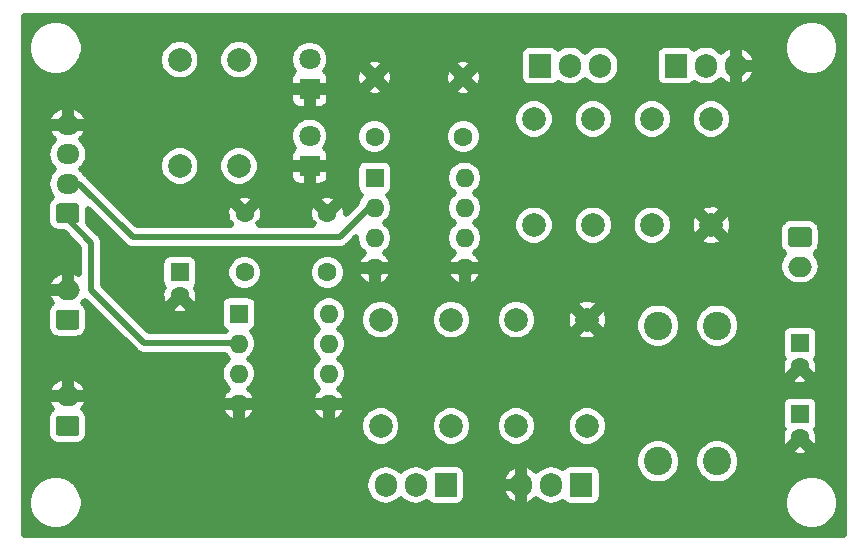
<source format=gbr>
G04 #@! TF.GenerationSoftware,KiCad,Pcbnew,(5.1.7)-1*
G04 #@! TF.CreationDate,2021-05-20T11:33:36+01:00*
G04 #@! TF.ProjectId,driver,64726976-6572-42e6-9b69-6361645f7063,rev?*
G04 #@! TF.SameCoordinates,Original*
G04 #@! TF.FileFunction,Copper,L2,Bot*
G04 #@! TF.FilePolarity,Positive*
%FSLAX46Y46*%
G04 Gerber Fmt 4.6, Leading zero omitted, Abs format (unit mm)*
G04 Created by KiCad (PCBNEW (5.1.7)-1) date 2021-05-20 11:33:36*
%MOMM*%
%LPD*%
G01*
G04 APERTURE LIST*
G04 #@! TA.AperFunction,ComponentPad*
%ADD10O,2.000000X1.700000*%
G04 #@! TD*
G04 #@! TA.AperFunction,ComponentPad*
%ADD11O,1.600000X1.600000*%
G04 #@! TD*
G04 #@! TA.AperFunction,ComponentPad*
%ADD12R,1.600000X1.600000*%
G04 #@! TD*
G04 #@! TA.AperFunction,ComponentPad*
%ADD13C,2.000000*%
G04 #@! TD*
G04 #@! TA.AperFunction,ComponentPad*
%ADD14O,1.905000X2.000000*%
G04 #@! TD*
G04 #@! TA.AperFunction,ComponentPad*
%ADD15R,1.905000X2.000000*%
G04 #@! TD*
G04 #@! TA.AperFunction,ComponentPad*
%ADD16C,2.400000*%
G04 #@! TD*
G04 #@! TA.AperFunction,ComponentPad*
%ADD17O,1.950000X1.700000*%
G04 #@! TD*
G04 #@! TA.AperFunction,ComponentPad*
%ADD18C,1.800000*%
G04 #@! TD*
G04 #@! TA.AperFunction,ComponentPad*
%ADD19R,1.800000X1.800000*%
G04 #@! TD*
G04 #@! TA.AperFunction,ComponentPad*
%ADD20C,1.600000*%
G04 #@! TD*
G04 #@! TA.AperFunction,Conductor*
%ADD21C,0.500000*%
G04 #@! TD*
G04 #@! TA.AperFunction,Conductor*
%ADD22C,0.100000*%
G04 #@! TD*
G04 APERTURE END LIST*
D10*
X128500000Y-95000000D03*
G04 #@! TA.AperFunction,ComponentPad*
G36*
G01*
X129250000Y-98350000D02*
X127750000Y-98350000D01*
G75*
G02*
X127500000Y-98100000I0J250000D01*
G01*
X127500000Y-96900000D01*
G75*
G02*
X127750000Y-96650000I250000J0D01*
G01*
X129250000Y-96650000D01*
G75*
G02*
X129500000Y-96900000I0J-250000D01*
G01*
X129500000Y-98100000D01*
G75*
G02*
X129250000Y-98350000I-250000J0D01*
G01*
G37*
G04 #@! TD.AperFunction*
D11*
X162120000Y-85500000D03*
X154500000Y-93120000D03*
X162120000Y-88040000D03*
X154500000Y-90580000D03*
X162120000Y-90580000D03*
X154500000Y-88040000D03*
X162120000Y-93120000D03*
D12*
X154500000Y-85500000D03*
D11*
X150620000Y-97000000D03*
X143000000Y-104620000D03*
X150620000Y-99540000D03*
X143000000Y-102080000D03*
X150620000Y-102080000D03*
X143000000Y-99540000D03*
X150620000Y-104620000D03*
D12*
X143000000Y-97000000D03*
D13*
X138000000Y-84500000D03*
X138000000Y-75500000D03*
X143000000Y-75500000D03*
X143000000Y-84500000D03*
X183000000Y-80500000D03*
X183000000Y-89500000D03*
X172500000Y-106500000D03*
X172500000Y-97500000D03*
X178000000Y-80500000D03*
X178000000Y-89500000D03*
X166500000Y-106500000D03*
X166500000Y-97500000D03*
X168000000Y-80500000D03*
X168000000Y-89500000D03*
X161000000Y-106500000D03*
X161000000Y-97500000D03*
X173000000Y-89500000D03*
X173000000Y-80500000D03*
X155000000Y-106500000D03*
X155000000Y-97500000D03*
D14*
X185080000Y-76000000D03*
X182540000Y-76000000D03*
D15*
X180000000Y-76000000D03*
D14*
X166920000Y-111500000D03*
X169460000Y-111500000D03*
D15*
X172000000Y-111500000D03*
D14*
X173580000Y-76000000D03*
X171040000Y-76000000D03*
D15*
X168500000Y-76000000D03*
D14*
X155420000Y-111500000D03*
X157960000Y-111500000D03*
D15*
X160500000Y-111500000D03*
D16*
X183500000Y-98000000D03*
X178500000Y-98000000D03*
X183500000Y-109500000D03*
X178500000Y-109500000D03*
D10*
X190500000Y-93000000D03*
G04 #@! TA.AperFunction,ComponentPad*
G36*
G01*
X189750000Y-89650000D02*
X191250000Y-89650000D01*
G75*
G02*
X191500000Y-89900000I0J-250000D01*
G01*
X191500000Y-91100000D01*
G75*
G02*
X191250000Y-91350000I-250000J0D01*
G01*
X189750000Y-91350000D01*
G75*
G02*
X189500000Y-91100000I0J250000D01*
G01*
X189500000Y-89900000D01*
G75*
G02*
X189750000Y-89650000I250000J0D01*
G01*
G37*
G04 #@! TD.AperFunction*
D17*
X128500000Y-81000000D03*
X128500000Y-83500000D03*
X128500000Y-86000000D03*
G04 #@! TA.AperFunction,ComponentPad*
G36*
G01*
X129225000Y-89350000D02*
X127775000Y-89350000D01*
G75*
G02*
X127525000Y-89100000I0J250000D01*
G01*
X127525000Y-87900000D01*
G75*
G02*
X127775000Y-87650000I250000J0D01*
G01*
X129225000Y-87650000D01*
G75*
G02*
X129475000Y-87900000I0J-250000D01*
G01*
X129475000Y-89100000D01*
G75*
G02*
X129225000Y-89350000I-250000J0D01*
G01*
G37*
G04 #@! TD.AperFunction*
D10*
X128500000Y-104000000D03*
G04 #@! TA.AperFunction,ComponentPad*
G36*
G01*
X129250000Y-107350000D02*
X127750000Y-107350000D01*
G75*
G02*
X127500000Y-107100000I0J250000D01*
G01*
X127500000Y-105900000D01*
G75*
G02*
X127750000Y-105650000I250000J0D01*
G01*
X129250000Y-105650000D01*
G75*
G02*
X129500000Y-105900000I0J-250000D01*
G01*
X129500000Y-107100000D01*
G75*
G02*
X129250000Y-107350000I-250000J0D01*
G01*
G37*
G04 #@! TD.AperFunction*
D18*
X149000000Y-81960000D03*
D19*
X149000000Y-84500000D03*
D18*
X149000000Y-75460000D03*
D19*
X149000000Y-78000000D03*
D20*
X154500000Y-77000000D03*
X154500000Y-82000000D03*
X150500000Y-88500000D03*
X150500000Y-93500000D03*
X190500000Y-101500000D03*
D12*
X190500000Y-99500000D03*
D20*
X190500000Y-107500000D03*
D12*
X190500000Y-105500000D03*
D20*
X162000000Y-77000000D03*
X162000000Y-82000000D03*
X143500000Y-88500000D03*
X143500000Y-93500000D03*
D12*
X138000000Y-93500000D03*
D20*
X138000000Y-95500000D03*
D21*
X154020000Y-88040000D02*
X154500000Y-88040000D01*
X151560000Y-90500000D02*
X154020000Y-88040000D01*
X129500000Y-86000000D02*
X134000000Y-90500000D01*
X134000000Y-90500000D02*
X151560000Y-90500000D01*
X128500000Y-86000000D02*
X129500000Y-86000000D01*
X128500000Y-89000000D02*
X128500000Y-88500000D01*
X130500000Y-91000000D02*
X128500000Y-89000000D01*
X135000000Y-99500000D02*
X130500000Y-95000000D01*
X130500000Y-95000000D02*
X130500000Y-91000000D01*
X142960000Y-99500000D02*
X135000000Y-99500000D01*
X143000000Y-99540000D02*
X142960000Y-99500000D01*
X194225001Y-115725000D02*
X124775000Y-115725000D01*
X124775000Y-112768545D01*
X125150000Y-112768545D01*
X125150000Y-113231455D01*
X125240309Y-113685470D01*
X125417457Y-114113143D01*
X125674636Y-114498038D01*
X126001962Y-114825364D01*
X126386857Y-115082543D01*
X126814530Y-115259691D01*
X127268545Y-115350000D01*
X127731455Y-115350000D01*
X128185470Y-115259691D01*
X128613143Y-115082543D01*
X128998038Y-114825364D01*
X129325364Y-114498038D01*
X129582543Y-114113143D01*
X129759691Y-113685470D01*
X129850000Y-113231455D01*
X129850000Y-112768545D01*
X129759691Y-112314530D01*
X129582543Y-111886857D01*
X129325364Y-111501962D01*
X129192270Y-111368868D01*
X153717500Y-111368868D01*
X153717500Y-111631131D01*
X153742134Y-111881247D01*
X153839485Y-112202170D01*
X153997574Y-112497934D01*
X154210326Y-112757174D01*
X154469565Y-112969926D01*
X154765329Y-113128015D01*
X155086252Y-113225366D01*
X155420000Y-113258237D01*
X155753747Y-113225366D01*
X156074670Y-113128015D01*
X156370434Y-112969926D01*
X156629674Y-112757174D01*
X156690000Y-112683666D01*
X156750326Y-112757174D01*
X157009565Y-112969926D01*
X157305329Y-113128015D01*
X157626252Y-113225366D01*
X157960000Y-113258237D01*
X158293747Y-113225366D01*
X158614670Y-113128015D01*
X158910434Y-112969926D01*
X158941801Y-112944184D01*
X159014605Y-113032895D01*
X159128807Y-113126619D01*
X159259099Y-113196261D01*
X159400474Y-113239147D01*
X159547500Y-113253628D01*
X161452500Y-113253628D01*
X161599526Y-113239147D01*
X161740901Y-113196261D01*
X161871193Y-113126619D01*
X161985395Y-113032895D01*
X162079119Y-112918693D01*
X162148761Y-112788401D01*
X162191647Y-112647026D01*
X162206128Y-112500000D01*
X162206128Y-112011501D01*
X165284882Y-112011501D01*
X165406822Y-112321581D01*
X165586913Y-112601914D01*
X165818234Y-112841726D01*
X166091895Y-113031802D01*
X166397380Y-113164837D01*
X166409635Y-113171703D01*
X166670000Y-113041731D01*
X166670000Y-111750000D01*
X165419927Y-111750000D01*
X165284882Y-112011501D01*
X162206128Y-112011501D01*
X162206128Y-110988499D01*
X165284882Y-110988499D01*
X165419927Y-111250000D01*
X166670000Y-111250000D01*
X166670000Y-109958269D01*
X167170000Y-109958269D01*
X167170000Y-111250000D01*
X167190000Y-111250000D01*
X167190000Y-111750000D01*
X167170000Y-111750000D01*
X167170000Y-113041731D01*
X167430365Y-113171703D01*
X167442620Y-113164837D01*
X167748105Y-113031802D01*
X168021766Y-112841726D01*
X168182750Y-112674832D01*
X168250326Y-112757174D01*
X168509565Y-112969926D01*
X168805329Y-113128015D01*
X169126252Y-113225366D01*
X169460000Y-113258237D01*
X169793747Y-113225366D01*
X170114670Y-113128015D01*
X170410434Y-112969926D01*
X170441801Y-112944184D01*
X170514605Y-113032895D01*
X170628807Y-113126619D01*
X170759099Y-113196261D01*
X170900474Y-113239147D01*
X171047500Y-113253628D01*
X172952500Y-113253628D01*
X173099526Y-113239147D01*
X173240901Y-113196261D01*
X173371193Y-113126619D01*
X173485395Y-113032895D01*
X173579119Y-112918693D01*
X173648761Y-112788401D01*
X173654784Y-112768545D01*
X189150000Y-112768545D01*
X189150000Y-113231455D01*
X189240309Y-113685470D01*
X189417457Y-114113143D01*
X189674636Y-114498038D01*
X190001962Y-114825364D01*
X190386857Y-115082543D01*
X190814530Y-115259691D01*
X191268545Y-115350000D01*
X191731455Y-115350000D01*
X192185470Y-115259691D01*
X192613143Y-115082543D01*
X192998038Y-114825364D01*
X193325364Y-114498038D01*
X193582543Y-114113143D01*
X193759691Y-113685470D01*
X193850000Y-113231455D01*
X193850000Y-112768545D01*
X193759691Y-112314530D01*
X193582543Y-111886857D01*
X193325364Y-111501962D01*
X192998038Y-111174636D01*
X192613143Y-110917457D01*
X192185470Y-110740309D01*
X191731455Y-110650000D01*
X191268545Y-110650000D01*
X190814530Y-110740309D01*
X190386857Y-110917457D01*
X190001962Y-111174636D01*
X189674636Y-111501962D01*
X189417457Y-111886857D01*
X189240309Y-112314530D01*
X189150000Y-112768545D01*
X173654784Y-112768545D01*
X173691647Y-112647026D01*
X173706128Y-112500000D01*
X173706128Y-110500000D01*
X173691647Y-110352974D01*
X173648761Y-110211599D01*
X173579119Y-110081307D01*
X173485395Y-109967105D01*
X173371193Y-109873381D01*
X173240901Y-109803739D01*
X173099526Y-109760853D01*
X172952500Y-109746372D01*
X171047500Y-109746372D01*
X170900474Y-109760853D01*
X170759099Y-109803739D01*
X170628807Y-109873381D01*
X170514605Y-109967105D01*
X170441801Y-110055816D01*
X170410435Y-110030074D01*
X170114671Y-109871985D01*
X169793748Y-109774634D01*
X169460000Y-109741763D01*
X169126253Y-109774634D01*
X168805330Y-109871985D01*
X168509566Y-110030074D01*
X168250326Y-110242826D01*
X168182750Y-110325167D01*
X168021766Y-110158274D01*
X167748105Y-109968198D01*
X167442620Y-109835163D01*
X167430365Y-109828297D01*
X167170000Y-109958269D01*
X166670000Y-109958269D01*
X166409635Y-109828297D01*
X166397380Y-109835163D01*
X166091895Y-109968198D01*
X165818234Y-110158274D01*
X165586913Y-110398086D01*
X165406822Y-110678419D01*
X165284882Y-110988499D01*
X162206128Y-110988499D01*
X162206128Y-110500000D01*
X162191647Y-110352974D01*
X162148761Y-110211599D01*
X162079119Y-110081307D01*
X161985395Y-109967105D01*
X161871193Y-109873381D01*
X161740901Y-109803739D01*
X161599526Y-109760853D01*
X161452500Y-109746372D01*
X159547500Y-109746372D01*
X159400474Y-109760853D01*
X159259099Y-109803739D01*
X159128807Y-109873381D01*
X159014605Y-109967105D01*
X158941801Y-110055816D01*
X158910435Y-110030074D01*
X158614671Y-109871985D01*
X158293748Y-109774634D01*
X157960000Y-109741763D01*
X157626253Y-109774634D01*
X157305330Y-109871985D01*
X157009566Y-110030074D01*
X156750326Y-110242826D01*
X156690000Y-110316334D01*
X156629674Y-110242826D01*
X156370435Y-110030074D01*
X156074671Y-109871985D01*
X155753748Y-109774634D01*
X155420000Y-109741763D01*
X155086253Y-109774634D01*
X154765330Y-109871985D01*
X154469566Y-110030074D01*
X154210326Y-110242826D01*
X153997574Y-110502065D01*
X153839485Y-110797829D01*
X153742134Y-111118752D01*
X153717500Y-111368868D01*
X129192270Y-111368868D01*
X128998038Y-111174636D01*
X128613143Y-110917457D01*
X128185470Y-110740309D01*
X127731455Y-110650000D01*
X127268545Y-110650000D01*
X126814530Y-110740309D01*
X126386857Y-110917457D01*
X126001962Y-111174636D01*
X125674636Y-111501962D01*
X125417457Y-111886857D01*
X125240309Y-112314530D01*
X125150000Y-112768545D01*
X124775000Y-112768545D01*
X124775000Y-109307942D01*
X176550000Y-109307942D01*
X176550000Y-109692058D01*
X176624938Y-110068794D01*
X176771933Y-110423671D01*
X176985336Y-110743052D01*
X177256948Y-111014664D01*
X177576329Y-111228067D01*
X177931206Y-111375062D01*
X178307942Y-111450000D01*
X178692058Y-111450000D01*
X179068794Y-111375062D01*
X179423671Y-111228067D01*
X179743052Y-111014664D01*
X180014664Y-110743052D01*
X180228067Y-110423671D01*
X180375062Y-110068794D01*
X180450000Y-109692058D01*
X180450000Y-109307942D01*
X181550000Y-109307942D01*
X181550000Y-109692058D01*
X181624938Y-110068794D01*
X181771933Y-110423671D01*
X181985336Y-110743052D01*
X182256948Y-111014664D01*
X182576329Y-111228067D01*
X182931206Y-111375062D01*
X183307942Y-111450000D01*
X183692058Y-111450000D01*
X184068794Y-111375062D01*
X184423671Y-111228067D01*
X184743052Y-111014664D01*
X185014664Y-110743052D01*
X185228067Y-110423671D01*
X185375062Y-110068794D01*
X185450000Y-109692058D01*
X185450000Y-109307942D01*
X185375062Y-108931206D01*
X185249987Y-108629247D01*
X189724306Y-108629247D01*
X189798649Y-108890653D01*
X190083429Y-109000758D01*
X190384216Y-109053190D01*
X190689454Y-109045935D01*
X190987411Y-108979270D01*
X191201351Y-108890653D01*
X191275694Y-108629247D01*
X190500000Y-107853553D01*
X189724306Y-108629247D01*
X185249987Y-108629247D01*
X185228067Y-108576329D01*
X185014664Y-108256948D01*
X184743052Y-107985336D01*
X184423671Y-107771933D01*
X184068794Y-107624938D01*
X183692058Y-107550000D01*
X183307942Y-107550000D01*
X182931206Y-107624938D01*
X182576329Y-107771933D01*
X182256948Y-107985336D01*
X181985336Y-108256948D01*
X181771933Y-108576329D01*
X181624938Y-108931206D01*
X181550000Y-109307942D01*
X180450000Y-109307942D01*
X180375062Y-108931206D01*
X180228067Y-108576329D01*
X180014664Y-108256948D01*
X179743052Y-107985336D01*
X179423671Y-107771933D01*
X179068794Y-107624938D01*
X178692058Y-107550000D01*
X178307942Y-107550000D01*
X177931206Y-107624938D01*
X177576329Y-107771933D01*
X177256948Y-107985336D01*
X176985336Y-108256948D01*
X176771933Y-108576329D01*
X176624938Y-108931206D01*
X176550000Y-109307942D01*
X124775000Y-109307942D01*
X124775000Y-105900000D01*
X126746372Y-105900000D01*
X126746372Y-107100000D01*
X126765656Y-107295798D01*
X126822769Y-107484072D01*
X126915514Y-107657586D01*
X127040328Y-107809672D01*
X127192414Y-107934486D01*
X127365928Y-108027231D01*
X127554202Y-108084344D01*
X127750000Y-108103628D01*
X129250000Y-108103628D01*
X129445798Y-108084344D01*
X129634072Y-108027231D01*
X129807586Y-107934486D01*
X129959672Y-107809672D01*
X130084486Y-107657586D01*
X130177231Y-107484072D01*
X130234344Y-107295798D01*
X130253628Y-107100000D01*
X130253628Y-106327640D01*
X153250000Y-106327640D01*
X153250000Y-106672360D01*
X153317251Y-107010456D01*
X153449170Y-107328936D01*
X153640686Y-107615560D01*
X153884440Y-107859314D01*
X154171064Y-108050830D01*
X154489544Y-108182749D01*
X154827640Y-108250000D01*
X155172360Y-108250000D01*
X155510456Y-108182749D01*
X155828936Y-108050830D01*
X156115560Y-107859314D01*
X156359314Y-107615560D01*
X156550830Y-107328936D01*
X156682749Y-107010456D01*
X156750000Y-106672360D01*
X156750000Y-106327640D01*
X159250000Y-106327640D01*
X159250000Y-106672360D01*
X159317251Y-107010456D01*
X159449170Y-107328936D01*
X159640686Y-107615560D01*
X159884440Y-107859314D01*
X160171064Y-108050830D01*
X160489544Y-108182749D01*
X160827640Y-108250000D01*
X161172360Y-108250000D01*
X161510456Y-108182749D01*
X161828936Y-108050830D01*
X162115560Y-107859314D01*
X162359314Y-107615560D01*
X162550830Y-107328936D01*
X162682749Y-107010456D01*
X162750000Y-106672360D01*
X162750000Y-106327640D01*
X164750000Y-106327640D01*
X164750000Y-106672360D01*
X164817251Y-107010456D01*
X164949170Y-107328936D01*
X165140686Y-107615560D01*
X165384440Y-107859314D01*
X165671064Y-108050830D01*
X165989544Y-108182749D01*
X166327640Y-108250000D01*
X166672360Y-108250000D01*
X167010456Y-108182749D01*
X167328936Y-108050830D01*
X167615560Y-107859314D01*
X167859314Y-107615560D01*
X168050830Y-107328936D01*
X168182749Y-107010456D01*
X168250000Y-106672360D01*
X168250000Y-106327640D01*
X170750000Y-106327640D01*
X170750000Y-106672360D01*
X170817251Y-107010456D01*
X170949170Y-107328936D01*
X171140686Y-107615560D01*
X171384440Y-107859314D01*
X171671064Y-108050830D01*
X171989544Y-108182749D01*
X172327640Y-108250000D01*
X172672360Y-108250000D01*
X173010456Y-108182749D01*
X173328936Y-108050830D01*
X173615560Y-107859314D01*
X173859314Y-107615560D01*
X174050830Y-107328936D01*
X174182749Y-107010456D01*
X174250000Y-106672360D01*
X174250000Y-106327640D01*
X174182749Y-105989544D01*
X174050830Y-105671064D01*
X173859314Y-105384440D01*
X173615560Y-105140686D01*
X173328936Y-104949170D01*
X173010456Y-104817251D01*
X172672360Y-104750000D01*
X172327640Y-104750000D01*
X171989544Y-104817251D01*
X171671064Y-104949170D01*
X171384440Y-105140686D01*
X171140686Y-105384440D01*
X170949170Y-105671064D01*
X170817251Y-105989544D01*
X170750000Y-106327640D01*
X168250000Y-106327640D01*
X168182749Y-105989544D01*
X168050830Y-105671064D01*
X167859314Y-105384440D01*
X167615560Y-105140686D01*
X167328936Y-104949170D01*
X167010456Y-104817251D01*
X166672360Y-104750000D01*
X166327640Y-104750000D01*
X165989544Y-104817251D01*
X165671064Y-104949170D01*
X165384440Y-105140686D01*
X165140686Y-105384440D01*
X164949170Y-105671064D01*
X164817251Y-105989544D01*
X164750000Y-106327640D01*
X162750000Y-106327640D01*
X162682749Y-105989544D01*
X162550830Y-105671064D01*
X162359314Y-105384440D01*
X162115560Y-105140686D01*
X161828936Y-104949170D01*
X161510456Y-104817251D01*
X161172360Y-104750000D01*
X160827640Y-104750000D01*
X160489544Y-104817251D01*
X160171064Y-104949170D01*
X159884440Y-105140686D01*
X159640686Y-105384440D01*
X159449170Y-105671064D01*
X159317251Y-105989544D01*
X159250000Y-106327640D01*
X156750000Y-106327640D01*
X156682749Y-105989544D01*
X156550830Y-105671064D01*
X156359314Y-105384440D01*
X156115560Y-105140686D01*
X155828936Y-104949170D01*
X155510456Y-104817251D01*
X155172360Y-104750000D01*
X154827640Y-104750000D01*
X154489544Y-104817251D01*
X154171064Y-104949170D01*
X153884440Y-105140686D01*
X153640686Y-105384440D01*
X153449170Y-105671064D01*
X153317251Y-105989544D01*
X153250000Y-106327640D01*
X130253628Y-106327640D01*
X130253628Y-105900000D01*
X130234344Y-105704202D01*
X130177231Y-105515928D01*
X130084486Y-105342414D01*
X129959672Y-105190328D01*
X129857189Y-105106221D01*
X141528236Y-105106221D01*
X141615489Y-105316890D01*
X141778048Y-105573604D01*
X141987566Y-105793672D01*
X142235992Y-105968636D01*
X142513778Y-106091773D01*
X142750000Y-105962215D01*
X142750000Y-104870000D01*
X143250000Y-104870000D01*
X143250000Y-105962215D01*
X143486222Y-106091773D01*
X143764008Y-105968636D01*
X144012434Y-105793672D01*
X144221952Y-105573604D01*
X144384511Y-105316890D01*
X144471764Y-105106221D01*
X149148236Y-105106221D01*
X149235489Y-105316890D01*
X149398048Y-105573604D01*
X149607566Y-105793672D01*
X149855992Y-105968636D01*
X150133778Y-106091773D01*
X150370000Y-105962215D01*
X150370000Y-104870000D01*
X150870000Y-104870000D01*
X150870000Y-105962215D01*
X151106222Y-106091773D01*
X151384008Y-105968636D01*
X151632434Y-105793672D01*
X151841952Y-105573604D01*
X152004511Y-105316890D01*
X152091764Y-105106221D01*
X151959368Y-104870000D01*
X150870000Y-104870000D01*
X150370000Y-104870000D01*
X149280632Y-104870000D01*
X149148236Y-105106221D01*
X144471764Y-105106221D01*
X144339368Y-104870000D01*
X143250000Y-104870000D01*
X142750000Y-104870000D01*
X141660632Y-104870000D01*
X141528236Y-105106221D01*
X129857189Y-105106221D01*
X129822566Y-105077807D01*
X129996873Y-104854954D01*
X130075081Y-104700000D01*
X188946372Y-104700000D01*
X188946372Y-106300000D01*
X188960853Y-106447026D01*
X189003739Y-106588401D01*
X189073381Y-106718693D01*
X189133388Y-106791812D01*
X189109347Y-106798649D01*
X188999242Y-107083429D01*
X188946810Y-107384216D01*
X188954065Y-107689454D01*
X189020730Y-107987411D01*
X189109347Y-108201351D01*
X189370753Y-108275694D01*
X190146447Y-107500000D01*
X190132305Y-107485858D01*
X190485858Y-107132305D01*
X190500000Y-107146447D01*
X190514143Y-107132305D01*
X190867696Y-107485858D01*
X190853553Y-107500000D01*
X191629247Y-108275694D01*
X191890653Y-108201351D01*
X192000758Y-107916571D01*
X192053190Y-107615784D01*
X192045935Y-107310546D01*
X191979270Y-107012589D01*
X191890653Y-106798649D01*
X191866612Y-106791812D01*
X191926619Y-106718693D01*
X191996261Y-106588401D01*
X192039147Y-106447026D01*
X192053628Y-106300000D01*
X192053628Y-104700000D01*
X192039147Y-104552974D01*
X191996261Y-104411599D01*
X191926619Y-104281307D01*
X191832895Y-104167105D01*
X191718693Y-104073381D01*
X191588401Y-104003739D01*
X191447026Y-103960853D01*
X191300000Y-103946372D01*
X189700000Y-103946372D01*
X189552974Y-103960853D01*
X189411599Y-104003739D01*
X189281307Y-104073381D01*
X189167105Y-104167105D01*
X189073381Y-104281307D01*
X189003739Y-104411599D01*
X188960853Y-104552974D01*
X188946372Y-104700000D01*
X130075081Y-104700000D01*
X130137786Y-104575764D01*
X130171783Y-104494143D01*
X130040200Y-104250000D01*
X128750000Y-104250000D01*
X128750000Y-104270000D01*
X128250000Y-104270000D01*
X128250000Y-104250000D01*
X126959800Y-104250000D01*
X126828217Y-104494143D01*
X126862214Y-104575764D01*
X127003127Y-104854954D01*
X127177434Y-105077807D01*
X127040328Y-105190328D01*
X126915514Y-105342414D01*
X126822769Y-105515928D01*
X126765656Y-105704202D01*
X126746372Y-105900000D01*
X124775000Y-105900000D01*
X124775000Y-103505857D01*
X126828217Y-103505857D01*
X126959800Y-103750000D01*
X128250000Y-103750000D01*
X128250000Y-102595328D01*
X128750000Y-102595328D01*
X128750000Y-103750000D01*
X130040200Y-103750000D01*
X130171783Y-103505857D01*
X130137786Y-103424236D01*
X129996873Y-103145046D01*
X129804200Y-102898712D01*
X129567172Y-102694700D01*
X129294897Y-102540850D01*
X128997839Y-102443074D01*
X128750000Y-102595328D01*
X128250000Y-102595328D01*
X128002161Y-102443074D01*
X127705103Y-102540850D01*
X127432828Y-102694700D01*
X127195800Y-102898712D01*
X127003127Y-103145046D01*
X126862214Y-103424236D01*
X126828217Y-103505857D01*
X124775000Y-103505857D01*
X124775000Y-96900000D01*
X126746372Y-96900000D01*
X126746372Y-98100000D01*
X126765656Y-98295798D01*
X126822769Y-98484072D01*
X126915514Y-98657586D01*
X127040328Y-98809672D01*
X127192414Y-98934486D01*
X127365928Y-99027231D01*
X127554202Y-99084344D01*
X127750000Y-99103628D01*
X129250000Y-99103628D01*
X129445798Y-99084344D01*
X129634072Y-99027231D01*
X129807586Y-98934486D01*
X129959672Y-98809672D01*
X130084486Y-98657586D01*
X130177231Y-98484072D01*
X130234344Y-98295798D01*
X130253628Y-98100000D01*
X130253628Y-96900000D01*
X130234344Y-96704202D01*
X130177231Y-96515928D01*
X130084486Y-96342414D01*
X129959672Y-96190328D01*
X129822566Y-96077807D01*
X129972238Y-95886450D01*
X134258155Y-100172368D01*
X134289472Y-100210528D01*
X134441742Y-100335492D01*
X134615465Y-100428349D01*
X134803965Y-100485530D01*
X134999999Y-100504838D01*
X135049119Y-100500000D01*
X141777282Y-100500000D01*
X141796036Y-100528068D01*
X142011932Y-100743964D01*
X142110763Y-100810000D01*
X142011932Y-100876036D01*
X141796036Y-101091932D01*
X141626408Y-101345800D01*
X141509565Y-101627882D01*
X141450000Y-101927338D01*
X141450000Y-102232662D01*
X141509565Y-102532118D01*
X141626408Y-102814200D01*
X141796036Y-103068068D01*
X142011932Y-103283964D01*
X142117729Y-103354655D01*
X141987566Y-103446328D01*
X141778048Y-103666396D01*
X141615489Y-103923110D01*
X141528236Y-104133779D01*
X141660632Y-104370000D01*
X142750000Y-104370000D01*
X142750000Y-104350000D01*
X143250000Y-104350000D01*
X143250000Y-104370000D01*
X144339368Y-104370000D01*
X144471764Y-104133779D01*
X144384511Y-103923110D01*
X144221952Y-103666396D01*
X144012434Y-103446328D01*
X143882271Y-103354655D01*
X143988068Y-103283964D01*
X144203964Y-103068068D01*
X144373592Y-102814200D01*
X144490435Y-102532118D01*
X144550000Y-102232662D01*
X144550000Y-101927338D01*
X144490435Y-101627882D01*
X144373592Y-101345800D01*
X144203964Y-101091932D01*
X143988068Y-100876036D01*
X143889237Y-100810000D01*
X143988068Y-100743964D01*
X144203964Y-100528068D01*
X144373592Y-100274200D01*
X144490435Y-99992118D01*
X144550000Y-99692662D01*
X144550000Y-99387338D01*
X144490435Y-99087882D01*
X144373592Y-98805800D01*
X144203964Y-98551932D01*
X144127431Y-98475399D01*
X144218693Y-98426619D01*
X144332895Y-98332895D01*
X144426619Y-98218693D01*
X144496261Y-98088401D01*
X144539147Y-97947026D01*
X144553628Y-97800000D01*
X144553628Y-96847338D01*
X149070000Y-96847338D01*
X149070000Y-97152662D01*
X149129565Y-97452118D01*
X149246408Y-97734200D01*
X149416036Y-97988068D01*
X149631932Y-98203964D01*
X149730763Y-98270000D01*
X149631932Y-98336036D01*
X149416036Y-98551932D01*
X149246408Y-98805800D01*
X149129565Y-99087882D01*
X149070000Y-99387338D01*
X149070000Y-99692662D01*
X149129565Y-99992118D01*
X149246408Y-100274200D01*
X149416036Y-100528068D01*
X149631932Y-100743964D01*
X149730763Y-100810000D01*
X149631932Y-100876036D01*
X149416036Y-101091932D01*
X149246408Y-101345800D01*
X149129565Y-101627882D01*
X149070000Y-101927338D01*
X149070000Y-102232662D01*
X149129565Y-102532118D01*
X149246408Y-102814200D01*
X149416036Y-103068068D01*
X149631932Y-103283964D01*
X149737729Y-103354655D01*
X149607566Y-103446328D01*
X149398048Y-103666396D01*
X149235489Y-103923110D01*
X149148236Y-104133779D01*
X149280632Y-104370000D01*
X150370000Y-104370000D01*
X150370000Y-104350000D01*
X150870000Y-104350000D01*
X150870000Y-104370000D01*
X151959368Y-104370000D01*
X152091764Y-104133779D01*
X152004511Y-103923110D01*
X151841952Y-103666396D01*
X151632434Y-103446328D01*
X151502271Y-103354655D01*
X151608068Y-103283964D01*
X151823964Y-103068068D01*
X151993592Y-102814200D01*
X152070202Y-102629247D01*
X189724306Y-102629247D01*
X189798649Y-102890653D01*
X190083429Y-103000758D01*
X190384216Y-103053190D01*
X190689454Y-103045935D01*
X190987411Y-102979270D01*
X191201351Y-102890653D01*
X191275694Y-102629247D01*
X190500000Y-101853553D01*
X189724306Y-102629247D01*
X152070202Y-102629247D01*
X152110435Y-102532118D01*
X152170000Y-102232662D01*
X152170000Y-101927338D01*
X152110435Y-101627882D01*
X151993592Y-101345800D01*
X151823964Y-101091932D01*
X151608068Y-100876036D01*
X151509237Y-100810000D01*
X151608068Y-100743964D01*
X151823964Y-100528068D01*
X151993592Y-100274200D01*
X152110435Y-99992118D01*
X152170000Y-99692662D01*
X152170000Y-99387338D01*
X152110435Y-99087882D01*
X151993592Y-98805800D01*
X151823964Y-98551932D01*
X151608068Y-98336036D01*
X151509237Y-98270000D01*
X151608068Y-98203964D01*
X151823964Y-97988068D01*
X151993592Y-97734200D01*
X152110435Y-97452118D01*
X152135195Y-97327640D01*
X153250000Y-97327640D01*
X153250000Y-97672360D01*
X153317251Y-98010456D01*
X153449170Y-98328936D01*
X153640686Y-98615560D01*
X153884440Y-98859314D01*
X154171064Y-99050830D01*
X154489544Y-99182749D01*
X154827640Y-99250000D01*
X155172360Y-99250000D01*
X155510456Y-99182749D01*
X155828936Y-99050830D01*
X156115560Y-98859314D01*
X156359314Y-98615560D01*
X156550830Y-98328936D01*
X156682749Y-98010456D01*
X156750000Y-97672360D01*
X156750000Y-97327640D01*
X159250000Y-97327640D01*
X159250000Y-97672360D01*
X159317251Y-98010456D01*
X159449170Y-98328936D01*
X159640686Y-98615560D01*
X159884440Y-98859314D01*
X160171064Y-99050830D01*
X160489544Y-99182749D01*
X160827640Y-99250000D01*
X161172360Y-99250000D01*
X161510456Y-99182749D01*
X161828936Y-99050830D01*
X162115560Y-98859314D01*
X162359314Y-98615560D01*
X162550830Y-98328936D01*
X162682749Y-98010456D01*
X162750000Y-97672360D01*
X162750000Y-97327640D01*
X164750000Y-97327640D01*
X164750000Y-97672360D01*
X164817251Y-98010456D01*
X164949170Y-98328936D01*
X165140686Y-98615560D01*
X165384440Y-98859314D01*
X165671064Y-99050830D01*
X165989544Y-99182749D01*
X166327640Y-99250000D01*
X166672360Y-99250000D01*
X167010456Y-99182749D01*
X167328936Y-99050830D01*
X167615560Y-98859314D01*
X167701411Y-98773463D01*
X171580091Y-98773463D01*
X171679152Y-99055127D01*
X171998313Y-99185385D01*
X172336755Y-99250875D01*
X172681470Y-99249080D01*
X173019212Y-99180068D01*
X173320848Y-99055127D01*
X173419909Y-98773463D01*
X172500000Y-97853553D01*
X171580091Y-98773463D01*
X167701411Y-98773463D01*
X167859314Y-98615560D01*
X168050830Y-98328936D01*
X168182749Y-98010456D01*
X168250000Y-97672360D01*
X168250000Y-97336755D01*
X170749125Y-97336755D01*
X170750920Y-97681470D01*
X170819932Y-98019212D01*
X170944873Y-98320848D01*
X171226537Y-98419909D01*
X172146447Y-97500000D01*
X172853553Y-97500000D01*
X173773463Y-98419909D01*
X174055127Y-98320848D01*
X174185385Y-98001687D01*
X174222875Y-97807942D01*
X176550000Y-97807942D01*
X176550000Y-98192058D01*
X176624938Y-98568794D01*
X176771933Y-98923671D01*
X176985336Y-99243052D01*
X177256948Y-99514664D01*
X177576329Y-99728067D01*
X177931206Y-99875062D01*
X178307942Y-99950000D01*
X178692058Y-99950000D01*
X179068794Y-99875062D01*
X179423671Y-99728067D01*
X179743052Y-99514664D01*
X180014664Y-99243052D01*
X180228067Y-98923671D01*
X180375062Y-98568794D01*
X180450000Y-98192058D01*
X180450000Y-97807942D01*
X181550000Y-97807942D01*
X181550000Y-98192058D01*
X181624938Y-98568794D01*
X181771933Y-98923671D01*
X181985336Y-99243052D01*
X182256948Y-99514664D01*
X182576329Y-99728067D01*
X182931206Y-99875062D01*
X183307942Y-99950000D01*
X183692058Y-99950000D01*
X184068794Y-99875062D01*
X184423671Y-99728067D01*
X184743052Y-99514664D01*
X185014664Y-99243052D01*
X185228067Y-98923671D01*
X185320714Y-98700000D01*
X188946372Y-98700000D01*
X188946372Y-100300000D01*
X188960853Y-100447026D01*
X189003739Y-100588401D01*
X189073381Y-100718693D01*
X189133388Y-100791812D01*
X189109347Y-100798649D01*
X188999242Y-101083429D01*
X188946810Y-101384216D01*
X188954065Y-101689454D01*
X189020730Y-101987411D01*
X189109347Y-102201351D01*
X189370753Y-102275694D01*
X190146447Y-101500000D01*
X190132305Y-101485858D01*
X190485858Y-101132305D01*
X190500000Y-101146447D01*
X190514143Y-101132305D01*
X190867696Y-101485858D01*
X190853553Y-101500000D01*
X191629247Y-102275694D01*
X191890653Y-102201351D01*
X192000758Y-101916571D01*
X192053190Y-101615784D01*
X192045935Y-101310546D01*
X191979270Y-101012589D01*
X191890653Y-100798649D01*
X191866612Y-100791812D01*
X191926619Y-100718693D01*
X191996261Y-100588401D01*
X192039147Y-100447026D01*
X192053628Y-100300000D01*
X192053628Y-98700000D01*
X192039147Y-98552974D01*
X191996261Y-98411599D01*
X191926619Y-98281307D01*
X191832895Y-98167105D01*
X191718693Y-98073381D01*
X191588401Y-98003739D01*
X191447026Y-97960853D01*
X191300000Y-97946372D01*
X189700000Y-97946372D01*
X189552974Y-97960853D01*
X189411599Y-98003739D01*
X189281307Y-98073381D01*
X189167105Y-98167105D01*
X189073381Y-98281307D01*
X189003739Y-98411599D01*
X188960853Y-98552974D01*
X188946372Y-98700000D01*
X185320714Y-98700000D01*
X185375062Y-98568794D01*
X185450000Y-98192058D01*
X185450000Y-97807942D01*
X185375062Y-97431206D01*
X185228067Y-97076329D01*
X185014664Y-96756948D01*
X184743052Y-96485336D01*
X184423671Y-96271933D01*
X184068794Y-96124938D01*
X183692058Y-96050000D01*
X183307942Y-96050000D01*
X182931206Y-96124938D01*
X182576329Y-96271933D01*
X182256948Y-96485336D01*
X181985336Y-96756948D01*
X181771933Y-97076329D01*
X181624938Y-97431206D01*
X181550000Y-97807942D01*
X180450000Y-97807942D01*
X180375062Y-97431206D01*
X180228067Y-97076329D01*
X180014664Y-96756948D01*
X179743052Y-96485336D01*
X179423671Y-96271933D01*
X179068794Y-96124938D01*
X178692058Y-96050000D01*
X178307942Y-96050000D01*
X177931206Y-96124938D01*
X177576329Y-96271933D01*
X177256948Y-96485336D01*
X176985336Y-96756948D01*
X176771933Y-97076329D01*
X176624938Y-97431206D01*
X176550000Y-97807942D01*
X174222875Y-97807942D01*
X174250875Y-97663245D01*
X174249080Y-97318530D01*
X174180068Y-96980788D01*
X174055127Y-96679152D01*
X173773463Y-96580091D01*
X172853553Y-97500000D01*
X172146447Y-97500000D01*
X171226537Y-96580091D01*
X170944873Y-96679152D01*
X170814615Y-96998313D01*
X170749125Y-97336755D01*
X168250000Y-97336755D01*
X168250000Y-97327640D01*
X168182749Y-96989544D01*
X168050830Y-96671064D01*
X167859314Y-96384440D01*
X167701411Y-96226537D01*
X171580091Y-96226537D01*
X172500000Y-97146447D01*
X173419909Y-96226537D01*
X173320848Y-95944873D01*
X173001687Y-95814615D01*
X172663245Y-95749125D01*
X172318530Y-95750920D01*
X171980788Y-95819932D01*
X171679152Y-95944873D01*
X171580091Y-96226537D01*
X167701411Y-96226537D01*
X167615560Y-96140686D01*
X167328936Y-95949170D01*
X167010456Y-95817251D01*
X166672360Y-95750000D01*
X166327640Y-95750000D01*
X165989544Y-95817251D01*
X165671064Y-95949170D01*
X165384440Y-96140686D01*
X165140686Y-96384440D01*
X164949170Y-96671064D01*
X164817251Y-96989544D01*
X164750000Y-97327640D01*
X162750000Y-97327640D01*
X162682749Y-96989544D01*
X162550830Y-96671064D01*
X162359314Y-96384440D01*
X162115560Y-96140686D01*
X161828936Y-95949170D01*
X161510456Y-95817251D01*
X161172360Y-95750000D01*
X160827640Y-95750000D01*
X160489544Y-95817251D01*
X160171064Y-95949170D01*
X159884440Y-96140686D01*
X159640686Y-96384440D01*
X159449170Y-96671064D01*
X159317251Y-96989544D01*
X159250000Y-97327640D01*
X156750000Y-97327640D01*
X156682749Y-96989544D01*
X156550830Y-96671064D01*
X156359314Y-96384440D01*
X156115560Y-96140686D01*
X155828936Y-95949170D01*
X155510456Y-95817251D01*
X155172360Y-95750000D01*
X154827640Y-95750000D01*
X154489544Y-95817251D01*
X154171064Y-95949170D01*
X153884440Y-96140686D01*
X153640686Y-96384440D01*
X153449170Y-96671064D01*
X153317251Y-96989544D01*
X153250000Y-97327640D01*
X152135195Y-97327640D01*
X152170000Y-97152662D01*
X152170000Y-96847338D01*
X152110435Y-96547882D01*
X151993592Y-96265800D01*
X151823964Y-96011932D01*
X151608068Y-95796036D01*
X151354200Y-95626408D01*
X151072118Y-95509565D01*
X150772662Y-95450000D01*
X150467338Y-95450000D01*
X150167882Y-95509565D01*
X149885800Y-95626408D01*
X149631932Y-95796036D01*
X149416036Y-96011932D01*
X149246408Y-96265800D01*
X149129565Y-96547882D01*
X149070000Y-96847338D01*
X144553628Y-96847338D01*
X144553628Y-96200000D01*
X144539147Y-96052974D01*
X144496261Y-95911599D01*
X144426619Y-95781307D01*
X144332895Y-95667105D01*
X144218693Y-95573381D01*
X144088401Y-95503739D01*
X143947026Y-95460853D01*
X143800000Y-95446372D01*
X142200000Y-95446372D01*
X142052974Y-95460853D01*
X141911599Y-95503739D01*
X141781307Y-95573381D01*
X141667105Y-95667105D01*
X141573381Y-95781307D01*
X141503739Y-95911599D01*
X141460853Y-96052974D01*
X141446372Y-96200000D01*
X141446372Y-97800000D01*
X141460853Y-97947026D01*
X141503739Y-98088401D01*
X141573381Y-98218693D01*
X141667105Y-98332895D01*
X141781307Y-98426619D01*
X141872569Y-98475399D01*
X141847968Y-98500000D01*
X135414213Y-98500000D01*
X133543460Y-96629247D01*
X137224306Y-96629247D01*
X137298649Y-96890653D01*
X137583429Y-97000758D01*
X137884216Y-97053190D01*
X138189454Y-97045935D01*
X138487411Y-96979270D01*
X138701351Y-96890653D01*
X138775694Y-96629247D01*
X138000000Y-95853553D01*
X137224306Y-96629247D01*
X133543460Y-96629247D01*
X131500000Y-94585788D01*
X131500000Y-92700000D01*
X136446372Y-92700000D01*
X136446372Y-94300000D01*
X136460853Y-94447026D01*
X136503739Y-94588401D01*
X136573381Y-94718693D01*
X136633388Y-94791812D01*
X136609347Y-94798649D01*
X136499242Y-95083429D01*
X136446810Y-95384216D01*
X136454065Y-95689454D01*
X136520730Y-95987411D01*
X136609347Y-96201351D01*
X136870753Y-96275694D01*
X137646447Y-95500000D01*
X137632305Y-95485858D01*
X137985858Y-95132305D01*
X138000000Y-95146447D01*
X138014143Y-95132305D01*
X138367696Y-95485858D01*
X138353553Y-95500000D01*
X139129247Y-96275694D01*
X139390653Y-96201351D01*
X139500758Y-95916571D01*
X139553190Y-95615784D01*
X139545935Y-95310546D01*
X139479270Y-95012589D01*
X139390653Y-94798649D01*
X139366612Y-94791812D01*
X139426619Y-94718693D01*
X139496261Y-94588401D01*
X139539147Y-94447026D01*
X139553628Y-94300000D01*
X139553628Y-93347338D01*
X141950000Y-93347338D01*
X141950000Y-93652662D01*
X142009565Y-93952118D01*
X142126408Y-94234200D01*
X142296036Y-94488068D01*
X142511932Y-94703964D01*
X142765800Y-94873592D01*
X143047882Y-94990435D01*
X143347338Y-95050000D01*
X143652662Y-95050000D01*
X143952118Y-94990435D01*
X144234200Y-94873592D01*
X144488068Y-94703964D01*
X144703964Y-94488068D01*
X144873592Y-94234200D01*
X144990435Y-93952118D01*
X145050000Y-93652662D01*
X145050000Y-93347338D01*
X148950000Y-93347338D01*
X148950000Y-93652662D01*
X149009565Y-93952118D01*
X149126408Y-94234200D01*
X149296036Y-94488068D01*
X149511932Y-94703964D01*
X149765800Y-94873592D01*
X150047882Y-94990435D01*
X150347338Y-95050000D01*
X150652662Y-95050000D01*
X150952118Y-94990435D01*
X151234200Y-94873592D01*
X151488068Y-94703964D01*
X151703964Y-94488068D01*
X151873592Y-94234200D01*
X151990435Y-93952118D01*
X152050000Y-93652662D01*
X152050000Y-93606221D01*
X153028236Y-93606221D01*
X153115489Y-93816890D01*
X153278048Y-94073604D01*
X153487566Y-94293672D01*
X153735992Y-94468636D01*
X154013778Y-94591773D01*
X154250000Y-94462215D01*
X154250000Y-93370000D01*
X154750000Y-93370000D01*
X154750000Y-94462215D01*
X154986222Y-94591773D01*
X155264008Y-94468636D01*
X155512434Y-94293672D01*
X155721952Y-94073604D01*
X155884511Y-93816890D01*
X155971764Y-93606221D01*
X160648236Y-93606221D01*
X160735489Y-93816890D01*
X160898048Y-94073604D01*
X161107566Y-94293672D01*
X161355992Y-94468636D01*
X161633778Y-94591773D01*
X161870000Y-94462215D01*
X161870000Y-93370000D01*
X162370000Y-93370000D01*
X162370000Y-94462215D01*
X162606222Y-94591773D01*
X162884008Y-94468636D01*
X163132434Y-94293672D01*
X163341952Y-94073604D01*
X163504511Y-93816890D01*
X163591764Y-93606221D01*
X163459368Y-93370000D01*
X162370000Y-93370000D01*
X161870000Y-93370000D01*
X160780632Y-93370000D01*
X160648236Y-93606221D01*
X155971764Y-93606221D01*
X155839368Y-93370000D01*
X154750000Y-93370000D01*
X154250000Y-93370000D01*
X153160632Y-93370000D01*
X153028236Y-93606221D01*
X152050000Y-93606221D01*
X152050000Y-93347338D01*
X151990435Y-93047882D01*
X151970602Y-93000000D01*
X188742259Y-93000000D01*
X188773151Y-93313655D01*
X188864641Y-93615256D01*
X189013212Y-93893213D01*
X189213155Y-94136845D01*
X189456787Y-94336788D01*
X189734744Y-94485359D01*
X190036345Y-94576849D01*
X190271403Y-94600000D01*
X190728597Y-94600000D01*
X190963655Y-94576849D01*
X191265256Y-94485359D01*
X191543213Y-94336788D01*
X191786845Y-94136845D01*
X191986788Y-93893213D01*
X192135359Y-93615256D01*
X192226849Y-93313655D01*
X192257741Y-93000000D01*
X192226849Y-92686345D01*
X192135359Y-92384744D01*
X191986788Y-92106787D01*
X191830172Y-91915950D01*
X191959672Y-91809672D01*
X192084486Y-91657586D01*
X192177231Y-91484072D01*
X192234344Y-91295798D01*
X192253628Y-91100000D01*
X192253628Y-89900000D01*
X192234344Y-89704202D01*
X192177231Y-89515928D01*
X192084486Y-89342414D01*
X191959672Y-89190328D01*
X191807586Y-89065514D01*
X191634072Y-88972769D01*
X191445798Y-88915656D01*
X191250000Y-88896372D01*
X189750000Y-88896372D01*
X189554202Y-88915656D01*
X189365928Y-88972769D01*
X189192414Y-89065514D01*
X189040328Y-89190328D01*
X188915514Y-89342414D01*
X188822769Y-89515928D01*
X188765656Y-89704202D01*
X188746372Y-89900000D01*
X188746372Y-91100000D01*
X188765656Y-91295798D01*
X188822769Y-91484072D01*
X188915514Y-91657586D01*
X189040328Y-91809672D01*
X189169828Y-91915950D01*
X189013212Y-92106787D01*
X188864641Y-92384744D01*
X188773151Y-92686345D01*
X188742259Y-93000000D01*
X151970602Y-93000000D01*
X151873592Y-92765800D01*
X151703964Y-92511932D01*
X151488068Y-92296036D01*
X151234200Y-92126408D01*
X150952118Y-92009565D01*
X150652662Y-91950000D01*
X150347338Y-91950000D01*
X150047882Y-92009565D01*
X149765800Y-92126408D01*
X149511932Y-92296036D01*
X149296036Y-92511932D01*
X149126408Y-92765800D01*
X149009565Y-93047882D01*
X148950000Y-93347338D01*
X145050000Y-93347338D01*
X144990435Y-93047882D01*
X144873592Y-92765800D01*
X144703964Y-92511932D01*
X144488068Y-92296036D01*
X144234200Y-92126408D01*
X143952118Y-92009565D01*
X143652662Y-91950000D01*
X143347338Y-91950000D01*
X143047882Y-92009565D01*
X142765800Y-92126408D01*
X142511932Y-92296036D01*
X142296036Y-92511932D01*
X142126408Y-92765800D01*
X142009565Y-93047882D01*
X141950000Y-93347338D01*
X139553628Y-93347338D01*
X139553628Y-92700000D01*
X139539147Y-92552974D01*
X139496261Y-92411599D01*
X139426619Y-92281307D01*
X139332895Y-92167105D01*
X139218693Y-92073381D01*
X139088401Y-92003739D01*
X138947026Y-91960853D01*
X138800000Y-91946372D01*
X137200000Y-91946372D01*
X137052974Y-91960853D01*
X136911599Y-92003739D01*
X136781307Y-92073381D01*
X136667105Y-92167105D01*
X136573381Y-92281307D01*
X136503739Y-92411599D01*
X136460853Y-92552974D01*
X136446372Y-92700000D01*
X131500000Y-92700000D01*
X131500000Y-91049117D01*
X131504838Y-90999999D01*
X131490981Y-90859314D01*
X131485530Y-90803966D01*
X131428349Y-90615465D01*
X131335492Y-90441742D01*
X131210528Y-90289472D01*
X131172368Y-90258155D01*
X130209404Y-89295191D01*
X130228628Y-89100000D01*
X130228628Y-88142840D01*
X133258155Y-91172368D01*
X133289472Y-91210528D01*
X133441742Y-91335492D01*
X133562428Y-91400000D01*
X133615465Y-91428349D01*
X133803965Y-91485530D01*
X133999999Y-91504838D01*
X134049119Y-91500000D01*
X151510880Y-91500000D01*
X151560000Y-91504838D01*
X151609120Y-91500000D01*
X151756034Y-91485530D01*
X151944535Y-91428349D01*
X152118258Y-91335492D01*
X152270528Y-91210528D01*
X152301849Y-91172363D01*
X152950000Y-90524212D01*
X152950000Y-90732662D01*
X153009565Y-91032118D01*
X153126408Y-91314200D01*
X153296036Y-91568068D01*
X153511932Y-91783964D01*
X153617729Y-91854655D01*
X153487566Y-91946328D01*
X153278048Y-92166396D01*
X153115489Y-92423110D01*
X153028236Y-92633779D01*
X153160632Y-92870000D01*
X154250000Y-92870000D01*
X154250000Y-92850000D01*
X154750000Y-92850000D01*
X154750000Y-92870000D01*
X155839368Y-92870000D01*
X155971764Y-92633779D01*
X155884511Y-92423110D01*
X155721952Y-92166396D01*
X155512434Y-91946328D01*
X155382271Y-91854655D01*
X155488068Y-91783964D01*
X155703964Y-91568068D01*
X155873592Y-91314200D01*
X155990435Y-91032118D01*
X156050000Y-90732662D01*
X156050000Y-90427338D01*
X155990435Y-90127882D01*
X155873592Y-89845800D01*
X155703964Y-89591932D01*
X155488068Y-89376036D01*
X155389237Y-89310000D01*
X155488068Y-89243964D01*
X155703964Y-89028068D01*
X155873592Y-88774200D01*
X155990435Y-88492118D01*
X156050000Y-88192662D01*
X156050000Y-87887338D01*
X155990435Y-87587882D01*
X155873592Y-87305800D01*
X155703964Y-87051932D01*
X155627431Y-86975399D01*
X155718693Y-86926619D01*
X155832895Y-86832895D01*
X155926619Y-86718693D01*
X155996261Y-86588401D01*
X156039147Y-86447026D01*
X156053628Y-86300000D01*
X156053628Y-85347338D01*
X160570000Y-85347338D01*
X160570000Y-85652662D01*
X160629565Y-85952118D01*
X160746408Y-86234200D01*
X160916036Y-86488068D01*
X161131932Y-86703964D01*
X161230763Y-86770000D01*
X161131932Y-86836036D01*
X160916036Y-87051932D01*
X160746408Y-87305800D01*
X160629565Y-87587882D01*
X160570000Y-87887338D01*
X160570000Y-88192662D01*
X160629565Y-88492118D01*
X160746408Y-88774200D01*
X160916036Y-89028068D01*
X161131932Y-89243964D01*
X161230763Y-89310000D01*
X161131932Y-89376036D01*
X160916036Y-89591932D01*
X160746408Y-89845800D01*
X160629565Y-90127882D01*
X160570000Y-90427338D01*
X160570000Y-90732662D01*
X160629565Y-91032118D01*
X160746408Y-91314200D01*
X160916036Y-91568068D01*
X161131932Y-91783964D01*
X161237729Y-91854655D01*
X161107566Y-91946328D01*
X160898048Y-92166396D01*
X160735489Y-92423110D01*
X160648236Y-92633779D01*
X160780632Y-92870000D01*
X161870000Y-92870000D01*
X161870000Y-92850000D01*
X162370000Y-92850000D01*
X162370000Y-92870000D01*
X163459368Y-92870000D01*
X163591764Y-92633779D01*
X163504511Y-92423110D01*
X163341952Y-92166396D01*
X163132434Y-91946328D01*
X163002271Y-91854655D01*
X163108068Y-91783964D01*
X163323964Y-91568068D01*
X163493592Y-91314200D01*
X163610435Y-91032118D01*
X163670000Y-90732662D01*
X163670000Y-90427338D01*
X163610435Y-90127882D01*
X163493592Y-89845800D01*
X163323964Y-89591932D01*
X163108068Y-89376036D01*
X163035638Y-89327640D01*
X166250000Y-89327640D01*
X166250000Y-89672360D01*
X166317251Y-90010456D01*
X166449170Y-90328936D01*
X166640686Y-90615560D01*
X166884440Y-90859314D01*
X167171064Y-91050830D01*
X167489544Y-91182749D01*
X167827640Y-91250000D01*
X168172360Y-91250000D01*
X168510456Y-91182749D01*
X168828936Y-91050830D01*
X169115560Y-90859314D01*
X169359314Y-90615560D01*
X169550830Y-90328936D01*
X169682749Y-90010456D01*
X169750000Y-89672360D01*
X169750000Y-89327640D01*
X171250000Y-89327640D01*
X171250000Y-89672360D01*
X171317251Y-90010456D01*
X171449170Y-90328936D01*
X171640686Y-90615560D01*
X171884440Y-90859314D01*
X172171064Y-91050830D01*
X172489544Y-91182749D01*
X172827640Y-91250000D01*
X173172360Y-91250000D01*
X173510456Y-91182749D01*
X173828936Y-91050830D01*
X174115560Y-90859314D01*
X174359314Y-90615560D01*
X174550830Y-90328936D01*
X174682749Y-90010456D01*
X174750000Y-89672360D01*
X174750000Y-89327640D01*
X176250000Y-89327640D01*
X176250000Y-89672360D01*
X176317251Y-90010456D01*
X176449170Y-90328936D01*
X176640686Y-90615560D01*
X176884440Y-90859314D01*
X177171064Y-91050830D01*
X177489544Y-91182749D01*
X177827640Y-91250000D01*
X178172360Y-91250000D01*
X178510456Y-91182749D01*
X178828936Y-91050830D01*
X179115560Y-90859314D01*
X179201411Y-90773463D01*
X182080091Y-90773463D01*
X182179152Y-91055127D01*
X182498313Y-91185385D01*
X182836755Y-91250875D01*
X183181470Y-91249080D01*
X183519212Y-91180068D01*
X183820848Y-91055127D01*
X183919909Y-90773463D01*
X183000000Y-89853553D01*
X182080091Y-90773463D01*
X179201411Y-90773463D01*
X179359314Y-90615560D01*
X179550830Y-90328936D01*
X179682749Y-90010456D01*
X179750000Y-89672360D01*
X179750000Y-89336755D01*
X181249125Y-89336755D01*
X181250920Y-89681470D01*
X181319932Y-90019212D01*
X181444873Y-90320848D01*
X181726537Y-90419909D01*
X182646447Y-89500000D01*
X183353553Y-89500000D01*
X184273463Y-90419909D01*
X184555127Y-90320848D01*
X184685385Y-90001687D01*
X184750875Y-89663245D01*
X184749080Y-89318530D01*
X184680068Y-88980788D01*
X184555127Y-88679152D01*
X184273463Y-88580091D01*
X183353553Y-89500000D01*
X182646447Y-89500000D01*
X181726537Y-88580091D01*
X181444873Y-88679152D01*
X181314615Y-88998313D01*
X181249125Y-89336755D01*
X179750000Y-89336755D01*
X179750000Y-89327640D01*
X179682749Y-88989544D01*
X179550830Y-88671064D01*
X179359314Y-88384440D01*
X179201411Y-88226537D01*
X182080091Y-88226537D01*
X183000000Y-89146447D01*
X183919909Y-88226537D01*
X183820848Y-87944873D01*
X183501687Y-87814615D01*
X183163245Y-87749125D01*
X182818530Y-87750920D01*
X182480788Y-87819932D01*
X182179152Y-87944873D01*
X182080091Y-88226537D01*
X179201411Y-88226537D01*
X179115560Y-88140686D01*
X178828936Y-87949170D01*
X178510456Y-87817251D01*
X178172360Y-87750000D01*
X177827640Y-87750000D01*
X177489544Y-87817251D01*
X177171064Y-87949170D01*
X176884440Y-88140686D01*
X176640686Y-88384440D01*
X176449170Y-88671064D01*
X176317251Y-88989544D01*
X176250000Y-89327640D01*
X174750000Y-89327640D01*
X174682749Y-88989544D01*
X174550830Y-88671064D01*
X174359314Y-88384440D01*
X174115560Y-88140686D01*
X173828936Y-87949170D01*
X173510456Y-87817251D01*
X173172360Y-87750000D01*
X172827640Y-87750000D01*
X172489544Y-87817251D01*
X172171064Y-87949170D01*
X171884440Y-88140686D01*
X171640686Y-88384440D01*
X171449170Y-88671064D01*
X171317251Y-88989544D01*
X171250000Y-89327640D01*
X169750000Y-89327640D01*
X169682749Y-88989544D01*
X169550830Y-88671064D01*
X169359314Y-88384440D01*
X169115560Y-88140686D01*
X168828936Y-87949170D01*
X168510456Y-87817251D01*
X168172360Y-87750000D01*
X167827640Y-87750000D01*
X167489544Y-87817251D01*
X167171064Y-87949170D01*
X166884440Y-88140686D01*
X166640686Y-88384440D01*
X166449170Y-88671064D01*
X166317251Y-88989544D01*
X166250000Y-89327640D01*
X163035638Y-89327640D01*
X163009237Y-89310000D01*
X163108068Y-89243964D01*
X163323964Y-89028068D01*
X163493592Y-88774200D01*
X163610435Y-88492118D01*
X163670000Y-88192662D01*
X163670000Y-87887338D01*
X163610435Y-87587882D01*
X163493592Y-87305800D01*
X163323964Y-87051932D01*
X163108068Y-86836036D01*
X163009237Y-86770000D01*
X163108068Y-86703964D01*
X163323964Y-86488068D01*
X163493592Y-86234200D01*
X163610435Y-85952118D01*
X163670000Y-85652662D01*
X163670000Y-85347338D01*
X163610435Y-85047882D01*
X163493592Y-84765800D01*
X163323964Y-84511932D01*
X163108068Y-84296036D01*
X162854200Y-84126408D01*
X162572118Y-84009565D01*
X162272662Y-83950000D01*
X161967338Y-83950000D01*
X161667882Y-84009565D01*
X161385800Y-84126408D01*
X161131932Y-84296036D01*
X160916036Y-84511932D01*
X160746408Y-84765800D01*
X160629565Y-85047882D01*
X160570000Y-85347338D01*
X156053628Y-85347338D01*
X156053628Y-84700000D01*
X156039147Y-84552974D01*
X155996261Y-84411599D01*
X155926619Y-84281307D01*
X155832895Y-84167105D01*
X155718693Y-84073381D01*
X155588401Y-84003739D01*
X155447026Y-83960853D01*
X155300000Y-83946372D01*
X153700000Y-83946372D01*
X153552974Y-83960853D01*
X153411599Y-84003739D01*
X153281307Y-84073381D01*
X153167105Y-84167105D01*
X153073381Y-84281307D01*
X153003739Y-84411599D01*
X152960853Y-84552974D01*
X152946372Y-84700000D01*
X152946372Y-86300000D01*
X152960853Y-86447026D01*
X153003739Y-86588401D01*
X153073381Y-86718693D01*
X153167105Y-86832895D01*
X153281307Y-86926619D01*
X153372569Y-86975399D01*
X153296036Y-87051932D01*
X153126408Y-87305800D01*
X153009565Y-87587882D01*
X152997562Y-87648225D01*
X152052652Y-88593136D01*
X152045935Y-88310546D01*
X151979270Y-88012589D01*
X151890653Y-87798649D01*
X151629247Y-87724306D01*
X150853553Y-88500000D01*
X150867696Y-88514143D01*
X150514143Y-88867696D01*
X150500000Y-88853553D01*
X150485858Y-88867696D01*
X150132305Y-88514143D01*
X150146447Y-88500000D01*
X149370753Y-87724306D01*
X149109347Y-87798649D01*
X148999242Y-88083429D01*
X148946810Y-88384216D01*
X148954065Y-88689454D01*
X149020730Y-88987411D01*
X149109347Y-89201351D01*
X149370751Y-89275693D01*
X149222759Y-89423685D01*
X149299074Y-89500000D01*
X144700926Y-89500000D01*
X144777241Y-89423685D01*
X144629249Y-89275693D01*
X144890653Y-89201351D01*
X145000758Y-88916571D01*
X145053190Y-88615784D01*
X145045935Y-88310546D01*
X144979270Y-88012589D01*
X144890653Y-87798649D01*
X144629247Y-87724306D01*
X143853553Y-88500000D01*
X143867696Y-88514143D01*
X143514143Y-88867696D01*
X143500000Y-88853553D01*
X143485858Y-88867696D01*
X143132305Y-88514143D01*
X143146447Y-88500000D01*
X142370753Y-87724306D01*
X142109347Y-87798649D01*
X141999242Y-88083429D01*
X141946810Y-88384216D01*
X141954065Y-88689454D01*
X142020730Y-88987411D01*
X142109347Y-89201351D01*
X142370751Y-89275693D01*
X142222759Y-89423685D01*
X142299074Y-89500000D01*
X134414213Y-89500000D01*
X132284966Y-87370753D01*
X142724306Y-87370753D01*
X143500000Y-88146447D01*
X144275694Y-87370753D01*
X149724306Y-87370753D01*
X150500000Y-88146447D01*
X151275694Y-87370753D01*
X151201351Y-87109347D01*
X150916571Y-86999242D01*
X150615784Y-86946810D01*
X150310546Y-86954065D01*
X150012589Y-87020730D01*
X149798649Y-87109347D01*
X149724306Y-87370753D01*
X144275694Y-87370753D01*
X144201351Y-87109347D01*
X143916571Y-86999242D01*
X143615784Y-86946810D01*
X143310546Y-86954065D01*
X143012589Y-87020730D01*
X142798649Y-87109347D01*
X142724306Y-87370753D01*
X132284966Y-87370753D01*
X130241849Y-85327637D01*
X130210528Y-85289472D01*
X130058258Y-85164508D01*
X129966395Y-85115406D01*
X129961788Y-85106787D01*
X129761845Y-84863155D01*
X129623965Y-84750000D01*
X129761845Y-84636845D01*
X129961788Y-84393213D01*
X129996837Y-84327640D01*
X136250000Y-84327640D01*
X136250000Y-84672360D01*
X136317251Y-85010456D01*
X136449170Y-85328936D01*
X136640686Y-85615560D01*
X136884440Y-85859314D01*
X137171064Y-86050830D01*
X137489544Y-86182749D01*
X137827640Y-86250000D01*
X138172360Y-86250000D01*
X138510456Y-86182749D01*
X138828936Y-86050830D01*
X139115560Y-85859314D01*
X139359314Y-85615560D01*
X139550830Y-85328936D01*
X139682749Y-85010456D01*
X139750000Y-84672360D01*
X139750000Y-84327640D01*
X141250000Y-84327640D01*
X141250000Y-84672360D01*
X141317251Y-85010456D01*
X141449170Y-85328936D01*
X141640686Y-85615560D01*
X141884440Y-85859314D01*
X142171064Y-86050830D01*
X142489544Y-86182749D01*
X142827640Y-86250000D01*
X143172360Y-86250000D01*
X143510456Y-86182749D01*
X143828936Y-86050830D01*
X144115560Y-85859314D01*
X144359314Y-85615560D01*
X144503346Y-85400000D01*
X147346371Y-85400000D01*
X147360852Y-85547026D01*
X147403738Y-85688401D01*
X147473380Y-85818694D01*
X147567104Y-85932896D01*
X147681306Y-86026620D01*
X147811599Y-86096262D01*
X147952974Y-86139148D01*
X148100000Y-86153629D01*
X148562500Y-86150000D01*
X148750000Y-85962500D01*
X148750000Y-84750000D01*
X149250000Y-84750000D01*
X149250000Y-85962500D01*
X149437500Y-86150000D01*
X149900000Y-86153629D01*
X150047026Y-86139148D01*
X150188401Y-86096262D01*
X150318694Y-86026620D01*
X150432896Y-85932896D01*
X150526620Y-85818694D01*
X150596262Y-85688401D01*
X150639148Y-85547026D01*
X150653629Y-85400000D01*
X150650000Y-84937500D01*
X150462500Y-84750000D01*
X149250000Y-84750000D01*
X148750000Y-84750000D01*
X147537500Y-84750000D01*
X147350000Y-84937500D01*
X147346371Y-85400000D01*
X144503346Y-85400000D01*
X144550830Y-85328936D01*
X144682749Y-85010456D01*
X144750000Y-84672360D01*
X144750000Y-84327640D01*
X144682749Y-83989544D01*
X144550830Y-83671064D01*
X144503347Y-83600000D01*
X147346371Y-83600000D01*
X147350000Y-84062500D01*
X147537500Y-84250000D01*
X148750000Y-84250000D01*
X148750000Y-84230000D01*
X149250000Y-84230000D01*
X149250000Y-84250000D01*
X150462500Y-84250000D01*
X150650000Y-84062500D01*
X150653629Y-83600000D01*
X150639148Y-83452974D01*
X150596262Y-83311599D01*
X150526620Y-83181306D01*
X150432896Y-83067104D01*
X150318694Y-82973380D01*
X150310313Y-82968900D01*
X150462211Y-82741568D01*
X150586592Y-82441287D01*
X150650000Y-82122511D01*
X150650000Y-81847338D01*
X152950000Y-81847338D01*
X152950000Y-82152662D01*
X153009565Y-82452118D01*
X153126408Y-82734200D01*
X153296036Y-82988068D01*
X153511932Y-83203964D01*
X153765800Y-83373592D01*
X154047882Y-83490435D01*
X154347338Y-83550000D01*
X154652662Y-83550000D01*
X154952118Y-83490435D01*
X155234200Y-83373592D01*
X155488068Y-83203964D01*
X155703964Y-82988068D01*
X155873592Y-82734200D01*
X155990435Y-82452118D01*
X156050000Y-82152662D01*
X156050000Y-81847338D01*
X160450000Y-81847338D01*
X160450000Y-82152662D01*
X160509565Y-82452118D01*
X160626408Y-82734200D01*
X160796036Y-82988068D01*
X161011932Y-83203964D01*
X161265800Y-83373592D01*
X161547882Y-83490435D01*
X161847338Y-83550000D01*
X162152662Y-83550000D01*
X162452118Y-83490435D01*
X162734200Y-83373592D01*
X162988068Y-83203964D01*
X163203964Y-82988068D01*
X163373592Y-82734200D01*
X163490435Y-82452118D01*
X163550000Y-82152662D01*
X163550000Y-81847338D01*
X163490435Y-81547882D01*
X163373592Y-81265800D01*
X163203964Y-81011932D01*
X162988068Y-80796036D01*
X162734200Y-80626408D01*
X162452118Y-80509565D01*
X162152662Y-80450000D01*
X161847338Y-80450000D01*
X161547882Y-80509565D01*
X161265800Y-80626408D01*
X161011932Y-80796036D01*
X160796036Y-81011932D01*
X160626408Y-81265800D01*
X160509565Y-81547882D01*
X160450000Y-81847338D01*
X156050000Y-81847338D01*
X155990435Y-81547882D01*
X155873592Y-81265800D01*
X155703964Y-81011932D01*
X155488068Y-80796036D01*
X155234200Y-80626408D01*
X154952118Y-80509565D01*
X154652662Y-80450000D01*
X154347338Y-80450000D01*
X154047882Y-80509565D01*
X153765800Y-80626408D01*
X153511932Y-80796036D01*
X153296036Y-81011932D01*
X153126408Y-81265800D01*
X153009565Y-81547882D01*
X152950000Y-81847338D01*
X150650000Y-81847338D01*
X150650000Y-81797489D01*
X150586592Y-81478713D01*
X150462211Y-81178432D01*
X150281639Y-80908186D01*
X150051814Y-80678361D01*
X149781568Y-80497789D01*
X149481287Y-80373408D01*
X149251194Y-80327640D01*
X166250000Y-80327640D01*
X166250000Y-80672360D01*
X166317251Y-81010456D01*
X166449170Y-81328936D01*
X166640686Y-81615560D01*
X166884440Y-81859314D01*
X167171064Y-82050830D01*
X167489544Y-82182749D01*
X167827640Y-82250000D01*
X168172360Y-82250000D01*
X168510456Y-82182749D01*
X168828936Y-82050830D01*
X169115560Y-81859314D01*
X169359314Y-81615560D01*
X169550830Y-81328936D01*
X169682749Y-81010456D01*
X169750000Y-80672360D01*
X169750000Y-80327640D01*
X171250000Y-80327640D01*
X171250000Y-80672360D01*
X171317251Y-81010456D01*
X171449170Y-81328936D01*
X171640686Y-81615560D01*
X171884440Y-81859314D01*
X172171064Y-82050830D01*
X172489544Y-82182749D01*
X172827640Y-82250000D01*
X173172360Y-82250000D01*
X173510456Y-82182749D01*
X173828936Y-82050830D01*
X174115560Y-81859314D01*
X174359314Y-81615560D01*
X174550830Y-81328936D01*
X174682749Y-81010456D01*
X174750000Y-80672360D01*
X174750000Y-80327640D01*
X176250000Y-80327640D01*
X176250000Y-80672360D01*
X176317251Y-81010456D01*
X176449170Y-81328936D01*
X176640686Y-81615560D01*
X176884440Y-81859314D01*
X177171064Y-82050830D01*
X177489544Y-82182749D01*
X177827640Y-82250000D01*
X178172360Y-82250000D01*
X178510456Y-82182749D01*
X178828936Y-82050830D01*
X179115560Y-81859314D01*
X179359314Y-81615560D01*
X179550830Y-81328936D01*
X179682749Y-81010456D01*
X179750000Y-80672360D01*
X179750000Y-80327640D01*
X181250000Y-80327640D01*
X181250000Y-80672360D01*
X181317251Y-81010456D01*
X181449170Y-81328936D01*
X181640686Y-81615560D01*
X181884440Y-81859314D01*
X182171064Y-82050830D01*
X182489544Y-82182749D01*
X182827640Y-82250000D01*
X183172360Y-82250000D01*
X183510456Y-82182749D01*
X183828936Y-82050830D01*
X184115560Y-81859314D01*
X184359314Y-81615560D01*
X184550830Y-81328936D01*
X184682749Y-81010456D01*
X184750000Y-80672360D01*
X184750000Y-80327640D01*
X184682749Y-79989544D01*
X184550830Y-79671064D01*
X184359314Y-79384440D01*
X184115560Y-79140686D01*
X183828936Y-78949170D01*
X183510456Y-78817251D01*
X183172360Y-78750000D01*
X182827640Y-78750000D01*
X182489544Y-78817251D01*
X182171064Y-78949170D01*
X181884440Y-79140686D01*
X181640686Y-79384440D01*
X181449170Y-79671064D01*
X181317251Y-79989544D01*
X181250000Y-80327640D01*
X179750000Y-80327640D01*
X179682749Y-79989544D01*
X179550830Y-79671064D01*
X179359314Y-79384440D01*
X179115560Y-79140686D01*
X178828936Y-78949170D01*
X178510456Y-78817251D01*
X178172360Y-78750000D01*
X177827640Y-78750000D01*
X177489544Y-78817251D01*
X177171064Y-78949170D01*
X176884440Y-79140686D01*
X176640686Y-79384440D01*
X176449170Y-79671064D01*
X176317251Y-79989544D01*
X176250000Y-80327640D01*
X174750000Y-80327640D01*
X174682749Y-79989544D01*
X174550830Y-79671064D01*
X174359314Y-79384440D01*
X174115560Y-79140686D01*
X173828936Y-78949170D01*
X173510456Y-78817251D01*
X173172360Y-78750000D01*
X172827640Y-78750000D01*
X172489544Y-78817251D01*
X172171064Y-78949170D01*
X171884440Y-79140686D01*
X171640686Y-79384440D01*
X171449170Y-79671064D01*
X171317251Y-79989544D01*
X171250000Y-80327640D01*
X169750000Y-80327640D01*
X169682749Y-79989544D01*
X169550830Y-79671064D01*
X169359314Y-79384440D01*
X169115560Y-79140686D01*
X168828936Y-78949170D01*
X168510456Y-78817251D01*
X168172360Y-78750000D01*
X167827640Y-78750000D01*
X167489544Y-78817251D01*
X167171064Y-78949170D01*
X166884440Y-79140686D01*
X166640686Y-79384440D01*
X166449170Y-79671064D01*
X166317251Y-79989544D01*
X166250000Y-80327640D01*
X149251194Y-80327640D01*
X149162511Y-80310000D01*
X148837489Y-80310000D01*
X148518713Y-80373408D01*
X148218432Y-80497789D01*
X147948186Y-80678361D01*
X147718361Y-80908186D01*
X147537789Y-81178432D01*
X147413408Y-81478713D01*
X147350000Y-81797489D01*
X147350000Y-82122511D01*
X147413408Y-82441287D01*
X147537789Y-82741568D01*
X147689687Y-82968900D01*
X147681306Y-82973380D01*
X147567104Y-83067104D01*
X147473380Y-83181306D01*
X147403738Y-83311599D01*
X147360852Y-83452974D01*
X147346371Y-83600000D01*
X144503347Y-83600000D01*
X144359314Y-83384440D01*
X144115560Y-83140686D01*
X143828936Y-82949170D01*
X143510456Y-82817251D01*
X143172360Y-82750000D01*
X142827640Y-82750000D01*
X142489544Y-82817251D01*
X142171064Y-82949170D01*
X141884440Y-83140686D01*
X141640686Y-83384440D01*
X141449170Y-83671064D01*
X141317251Y-83989544D01*
X141250000Y-84327640D01*
X139750000Y-84327640D01*
X139682749Y-83989544D01*
X139550830Y-83671064D01*
X139359314Y-83384440D01*
X139115560Y-83140686D01*
X138828936Y-82949170D01*
X138510456Y-82817251D01*
X138172360Y-82750000D01*
X137827640Y-82750000D01*
X137489544Y-82817251D01*
X137171064Y-82949170D01*
X136884440Y-83140686D01*
X136640686Y-83384440D01*
X136449170Y-83671064D01*
X136317251Y-83989544D01*
X136250000Y-84327640D01*
X129996837Y-84327640D01*
X130110359Y-84115256D01*
X130201849Y-83813655D01*
X130232741Y-83500000D01*
X130201849Y-83186345D01*
X130110359Y-82884744D01*
X129961788Y-82606787D01*
X129761845Y-82363155D01*
X129615728Y-82243240D01*
X129796226Y-82082876D01*
X129984980Y-81833574D01*
X130121471Y-81552238D01*
X130146783Y-81494143D01*
X130015200Y-81250000D01*
X128750000Y-81250000D01*
X128750000Y-81270000D01*
X128250000Y-81270000D01*
X128250000Y-81250000D01*
X126984800Y-81250000D01*
X126853217Y-81494143D01*
X126878529Y-81552238D01*
X127015020Y-81833574D01*
X127203774Y-82082876D01*
X127384272Y-82243240D01*
X127238155Y-82363155D01*
X127038212Y-82606787D01*
X126889641Y-82884744D01*
X126798151Y-83186345D01*
X126767259Y-83500000D01*
X126798151Y-83813655D01*
X126889641Y-84115256D01*
X127038212Y-84393213D01*
X127238155Y-84636845D01*
X127376035Y-84750000D01*
X127238155Y-84863155D01*
X127038212Y-85106787D01*
X126889641Y-85384744D01*
X126798151Y-85686345D01*
X126767259Y-86000000D01*
X126798151Y-86313655D01*
X126889641Y-86615256D01*
X127038212Y-86893213D01*
X127194828Y-87084050D01*
X127065328Y-87190328D01*
X126940514Y-87342414D01*
X126847769Y-87515928D01*
X126790656Y-87704202D01*
X126771372Y-87900000D01*
X126771372Y-89100000D01*
X126790656Y-89295798D01*
X126847769Y-89484072D01*
X126940514Y-89657586D01*
X127065328Y-89809672D01*
X127217414Y-89934486D01*
X127390928Y-90027231D01*
X127579202Y-90084344D01*
X127775000Y-90103628D01*
X128189416Y-90103628D01*
X129500001Y-91414214D01*
X129500000Y-93656744D01*
X129294897Y-93540850D01*
X128997839Y-93443074D01*
X128750000Y-93595328D01*
X128750000Y-94750000D01*
X128770000Y-94750000D01*
X128770000Y-95250000D01*
X128750000Y-95250000D01*
X128750000Y-95270000D01*
X128250000Y-95270000D01*
X128250000Y-95250000D01*
X126959800Y-95250000D01*
X126828217Y-95494143D01*
X126862214Y-95575764D01*
X127003127Y-95854954D01*
X127177434Y-96077807D01*
X127040328Y-96190328D01*
X126915514Y-96342414D01*
X126822769Y-96515928D01*
X126765656Y-96704202D01*
X126746372Y-96900000D01*
X124775000Y-96900000D01*
X124775000Y-94505857D01*
X126828217Y-94505857D01*
X126959800Y-94750000D01*
X128250000Y-94750000D01*
X128250000Y-93595328D01*
X128002161Y-93443074D01*
X127705103Y-93540850D01*
X127432828Y-93694700D01*
X127195800Y-93898712D01*
X127003127Y-94145046D01*
X126862214Y-94424236D01*
X126828217Y-94505857D01*
X124775000Y-94505857D01*
X124775000Y-80505857D01*
X126853217Y-80505857D01*
X126984800Y-80750000D01*
X128250000Y-80750000D01*
X128250000Y-79597291D01*
X128750000Y-79597291D01*
X128750000Y-80750000D01*
X130015200Y-80750000D01*
X130146783Y-80505857D01*
X130121471Y-80447762D01*
X129984980Y-80166426D01*
X129796226Y-79917124D01*
X129562463Y-79709436D01*
X129292673Y-79551344D01*
X128997225Y-79448923D01*
X128750000Y-79597291D01*
X128250000Y-79597291D01*
X128002775Y-79448923D01*
X127707327Y-79551344D01*
X127437537Y-79709436D01*
X127203774Y-79917124D01*
X127015020Y-80166426D01*
X126878529Y-80447762D01*
X126853217Y-80505857D01*
X124775000Y-80505857D01*
X124775000Y-78900000D01*
X147346371Y-78900000D01*
X147360852Y-79047026D01*
X147403738Y-79188401D01*
X147473380Y-79318694D01*
X147567104Y-79432896D01*
X147681306Y-79526620D01*
X147811599Y-79596262D01*
X147952974Y-79639148D01*
X148100000Y-79653629D01*
X148562500Y-79650000D01*
X148750000Y-79462500D01*
X148750000Y-78250000D01*
X149250000Y-78250000D01*
X149250000Y-79462500D01*
X149437500Y-79650000D01*
X149900000Y-79653629D01*
X150047026Y-79639148D01*
X150188401Y-79596262D01*
X150318694Y-79526620D01*
X150432896Y-79432896D01*
X150526620Y-79318694D01*
X150596262Y-79188401D01*
X150639148Y-79047026D01*
X150653629Y-78900000D01*
X150650000Y-78437500D01*
X150462500Y-78250000D01*
X149250000Y-78250000D01*
X148750000Y-78250000D01*
X147537500Y-78250000D01*
X147350000Y-78437500D01*
X147346371Y-78900000D01*
X124775000Y-78900000D01*
X124775000Y-78129247D01*
X153724306Y-78129247D01*
X153798649Y-78390653D01*
X154083429Y-78500758D01*
X154384216Y-78553190D01*
X154689454Y-78545935D01*
X154987411Y-78479270D01*
X155201351Y-78390653D01*
X155275694Y-78129247D01*
X161224306Y-78129247D01*
X161298649Y-78390653D01*
X161583429Y-78500758D01*
X161884216Y-78553190D01*
X162189454Y-78545935D01*
X162487411Y-78479270D01*
X162701351Y-78390653D01*
X162775694Y-78129247D01*
X162000000Y-77353553D01*
X161224306Y-78129247D01*
X155275694Y-78129247D01*
X154500000Y-77353553D01*
X153724306Y-78129247D01*
X124775000Y-78129247D01*
X124775000Y-74268545D01*
X125150000Y-74268545D01*
X125150000Y-74731455D01*
X125240309Y-75185470D01*
X125417457Y-75613143D01*
X125674636Y-75998038D01*
X126001962Y-76325364D01*
X126386857Y-76582543D01*
X126814530Y-76759691D01*
X127268545Y-76850000D01*
X127731455Y-76850000D01*
X128185470Y-76759691D01*
X128613143Y-76582543D01*
X128998038Y-76325364D01*
X129325364Y-75998038D01*
X129582543Y-75613143D01*
X129700802Y-75327640D01*
X136250000Y-75327640D01*
X136250000Y-75672360D01*
X136317251Y-76010456D01*
X136449170Y-76328936D01*
X136640686Y-76615560D01*
X136884440Y-76859314D01*
X137171064Y-77050830D01*
X137489544Y-77182749D01*
X137827640Y-77250000D01*
X138172360Y-77250000D01*
X138510456Y-77182749D01*
X138828936Y-77050830D01*
X139115560Y-76859314D01*
X139359314Y-76615560D01*
X139550830Y-76328936D01*
X139682749Y-76010456D01*
X139750000Y-75672360D01*
X139750000Y-75327640D01*
X141250000Y-75327640D01*
X141250000Y-75672360D01*
X141317251Y-76010456D01*
X141449170Y-76328936D01*
X141640686Y-76615560D01*
X141884440Y-76859314D01*
X142171064Y-77050830D01*
X142489544Y-77182749D01*
X142827640Y-77250000D01*
X143172360Y-77250000D01*
X143510456Y-77182749D01*
X143710229Y-77100000D01*
X147346371Y-77100000D01*
X147350000Y-77562500D01*
X147537500Y-77750000D01*
X148750000Y-77750000D01*
X148750000Y-77730000D01*
X149250000Y-77730000D01*
X149250000Y-77750000D01*
X150462500Y-77750000D01*
X150650000Y-77562500D01*
X150653629Y-77100000D01*
X150639148Y-76952974D01*
X150618291Y-76884216D01*
X152946810Y-76884216D01*
X152954065Y-77189454D01*
X153020730Y-77487411D01*
X153109347Y-77701351D01*
X153370753Y-77775694D01*
X154146447Y-77000000D01*
X154853553Y-77000000D01*
X155629247Y-77775694D01*
X155890653Y-77701351D01*
X156000758Y-77416571D01*
X156053190Y-77115784D01*
X156047687Y-76884216D01*
X160446810Y-76884216D01*
X160454065Y-77189454D01*
X160520730Y-77487411D01*
X160609347Y-77701351D01*
X160870753Y-77775694D01*
X161646447Y-77000000D01*
X162353553Y-77000000D01*
X163129247Y-77775694D01*
X163390653Y-77701351D01*
X163500758Y-77416571D01*
X163553190Y-77115784D01*
X163545935Y-76810546D01*
X163479270Y-76512589D01*
X163390653Y-76298649D01*
X163129247Y-76224306D01*
X162353553Y-77000000D01*
X161646447Y-77000000D01*
X160870753Y-76224306D01*
X160609347Y-76298649D01*
X160499242Y-76583429D01*
X160446810Y-76884216D01*
X156047687Y-76884216D01*
X156045935Y-76810546D01*
X155979270Y-76512589D01*
X155890653Y-76298649D01*
X155629247Y-76224306D01*
X154853553Y-77000000D01*
X154146447Y-77000000D01*
X153370753Y-76224306D01*
X153109347Y-76298649D01*
X152999242Y-76583429D01*
X152946810Y-76884216D01*
X150618291Y-76884216D01*
X150596262Y-76811599D01*
X150526620Y-76681306D01*
X150432896Y-76567104D01*
X150318694Y-76473380D01*
X150310313Y-76468900D01*
X150462211Y-76241568D01*
X150586592Y-75941287D01*
X150600621Y-75870753D01*
X153724306Y-75870753D01*
X154500000Y-76646447D01*
X155275694Y-75870753D01*
X161224306Y-75870753D01*
X162000000Y-76646447D01*
X162775694Y-75870753D01*
X162701351Y-75609347D01*
X162416571Y-75499242D01*
X162115784Y-75446810D01*
X161810546Y-75454065D01*
X161512589Y-75520730D01*
X161298649Y-75609347D01*
X161224306Y-75870753D01*
X155275694Y-75870753D01*
X155201351Y-75609347D01*
X154916571Y-75499242D01*
X154615784Y-75446810D01*
X154310546Y-75454065D01*
X154012589Y-75520730D01*
X153798649Y-75609347D01*
X153724306Y-75870753D01*
X150600621Y-75870753D01*
X150650000Y-75622511D01*
X150650000Y-75297489D01*
X150590827Y-75000000D01*
X166793872Y-75000000D01*
X166793872Y-77000000D01*
X166808353Y-77147026D01*
X166851239Y-77288401D01*
X166920881Y-77418693D01*
X167014605Y-77532895D01*
X167128807Y-77626619D01*
X167259099Y-77696261D01*
X167400474Y-77739147D01*
X167547500Y-77753628D01*
X169452500Y-77753628D01*
X169599526Y-77739147D01*
X169740901Y-77696261D01*
X169871193Y-77626619D01*
X169985395Y-77532895D01*
X170058199Y-77444184D01*
X170089566Y-77469926D01*
X170385330Y-77628015D01*
X170706253Y-77725366D01*
X171040000Y-77758237D01*
X171373748Y-77725366D01*
X171694671Y-77628015D01*
X171990435Y-77469926D01*
X172249674Y-77257174D01*
X172310000Y-77183666D01*
X172370326Y-77257174D01*
X172629566Y-77469926D01*
X172925330Y-77628015D01*
X173246253Y-77725366D01*
X173580000Y-77758237D01*
X173913748Y-77725366D01*
X174234671Y-77628015D01*
X174530435Y-77469926D01*
X174789674Y-77257174D01*
X175002426Y-76997934D01*
X175160515Y-76702170D01*
X175257866Y-76381247D01*
X175282500Y-76131131D01*
X175282500Y-75868868D01*
X175257866Y-75618752D01*
X175160515Y-75297829D01*
X175002426Y-75002065D01*
X175000732Y-75000000D01*
X178293872Y-75000000D01*
X178293872Y-77000000D01*
X178308353Y-77147026D01*
X178351239Y-77288401D01*
X178420881Y-77418693D01*
X178514605Y-77532895D01*
X178628807Y-77626619D01*
X178759099Y-77696261D01*
X178900474Y-77739147D01*
X179047500Y-77753628D01*
X180952500Y-77753628D01*
X181099526Y-77739147D01*
X181240901Y-77696261D01*
X181371193Y-77626619D01*
X181485395Y-77532895D01*
X181558199Y-77444184D01*
X181589566Y-77469926D01*
X181885330Y-77628015D01*
X182206253Y-77725366D01*
X182540000Y-77758237D01*
X182873748Y-77725366D01*
X183194671Y-77628015D01*
X183490435Y-77469926D01*
X183749674Y-77257174D01*
X183817250Y-77174832D01*
X183978234Y-77341726D01*
X184251895Y-77531802D01*
X184557380Y-77664837D01*
X184569635Y-77671703D01*
X184830000Y-77541731D01*
X184830000Y-76250000D01*
X185330000Y-76250000D01*
X185330000Y-77541731D01*
X185590365Y-77671703D01*
X185602620Y-77664837D01*
X185908105Y-77531802D01*
X186181766Y-77341726D01*
X186413087Y-77101914D01*
X186593178Y-76821581D01*
X186715118Y-76511501D01*
X186580073Y-76250000D01*
X185330000Y-76250000D01*
X184830000Y-76250000D01*
X184810000Y-76250000D01*
X184810000Y-75750000D01*
X184830000Y-75750000D01*
X184830000Y-74458269D01*
X185330000Y-74458269D01*
X185330000Y-75750000D01*
X186580073Y-75750000D01*
X186715118Y-75488499D01*
X186593178Y-75178419D01*
X186413087Y-74898086D01*
X186181766Y-74658274D01*
X185908105Y-74468198D01*
X185602620Y-74335163D01*
X185590365Y-74328297D01*
X185330000Y-74458269D01*
X184830000Y-74458269D01*
X184569635Y-74328297D01*
X184557380Y-74335163D01*
X184251895Y-74468198D01*
X183978234Y-74658274D01*
X183817250Y-74825167D01*
X183749674Y-74742826D01*
X183490434Y-74530074D01*
X183194670Y-74371985D01*
X182873747Y-74274634D01*
X182811924Y-74268545D01*
X189150000Y-74268545D01*
X189150000Y-74731455D01*
X189240309Y-75185470D01*
X189417457Y-75613143D01*
X189674636Y-75998038D01*
X190001962Y-76325364D01*
X190386857Y-76582543D01*
X190814530Y-76759691D01*
X191268545Y-76850000D01*
X191731455Y-76850000D01*
X192185470Y-76759691D01*
X192613143Y-76582543D01*
X192998038Y-76325364D01*
X193325364Y-75998038D01*
X193582543Y-75613143D01*
X193759691Y-75185470D01*
X193850000Y-74731455D01*
X193850000Y-74268545D01*
X193759691Y-73814530D01*
X193582543Y-73386857D01*
X193325364Y-73001962D01*
X192998038Y-72674636D01*
X192613143Y-72417457D01*
X192185470Y-72240309D01*
X191731455Y-72150000D01*
X191268545Y-72150000D01*
X190814530Y-72240309D01*
X190386857Y-72417457D01*
X190001962Y-72674636D01*
X189674636Y-73001962D01*
X189417457Y-73386857D01*
X189240309Y-73814530D01*
X189150000Y-74268545D01*
X182811924Y-74268545D01*
X182540000Y-74241763D01*
X182206252Y-74274634D01*
X181885329Y-74371985D01*
X181589565Y-74530074D01*
X181558199Y-74555816D01*
X181485395Y-74467105D01*
X181371193Y-74373381D01*
X181240901Y-74303739D01*
X181099526Y-74260853D01*
X180952500Y-74246372D01*
X179047500Y-74246372D01*
X178900474Y-74260853D01*
X178759099Y-74303739D01*
X178628807Y-74373381D01*
X178514605Y-74467105D01*
X178420881Y-74581307D01*
X178351239Y-74711599D01*
X178308353Y-74852974D01*
X178293872Y-75000000D01*
X175000732Y-75000000D01*
X174789674Y-74742826D01*
X174530434Y-74530074D01*
X174234670Y-74371985D01*
X173913747Y-74274634D01*
X173580000Y-74241763D01*
X173246252Y-74274634D01*
X172925329Y-74371985D01*
X172629565Y-74530074D01*
X172370326Y-74742826D01*
X172310000Y-74816334D01*
X172249674Y-74742826D01*
X171990434Y-74530074D01*
X171694670Y-74371985D01*
X171373747Y-74274634D01*
X171040000Y-74241763D01*
X170706252Y-74274634D01*
X170385329Y-74371985D01*
X170089565Y-74530074D01*
X170058199Y-74555816D01*
X169985395Y-74467105D01*
X169871193Y-74373381D01*
X169740901Y-74303739D01*
X169599526Y-74260853D01*
X169452500Y-74246372D01*
X167547500Y-74246372D01*
X167400474Y-74260853D01*
X167259099Y-74303739D01*
X167128807Y-74373381D01*
X167014605Y-74467105D01*
X166920881Y-74581307D01*
X166851239Y-74711599D01*
X166808353Y-74852974D01*
X166793872Y-75000000D01*
X150590827Y-75000000D01*
X150586592Y-74978713D01*
X150462211Y-74678432D01*
X150281639Y-74408186D01*
X150051814Y-74178361D01*
X149781568Y-73997789D01*
X149481287Y-73873408D01*
X149162511Y-73810000D01*
X148837489Y-73810000D01*
X148518713Y-73873408D01*
X148218432Y-73997789D01*
X147948186Y-74178361D01*
X147718361Y-74408186D01*
X147537789Y-74678432D01*
X147413408Y-74978713D01*
X147350000Y-75297489D01*
X147350000Y-75622511D01*
X147413408Y-75941287D01*
X147537789Y-76241568D01*
X147689687Y-76468900D01*
X147681306Y-76473380D01*
X147567104Y-76567104D01*
X147473380Y-76681306D01*
X147403738Y-76811599D01*
X147360852Y-76952974D01*
X147346371Y-77100000D01*
X143710229Y-77100000D01*
X143828936Y-77050830D01*
X144115560Y-76859314D01*
X144359314Y-76615560D01*
X144550830Y-76328936D01*
X144682749Y-76010456D01*
X144750000Y-75672360D01*
X144750000Y-75327640D01*
X144682749Y-74989544D01*
X144550830Y-74671064D01*
X144359314Y-74384440D01*
X144115560Y-74140686D01*
X143828936Y-73949170D01*
X143510456Y-73817251D01*
X143172360Y-73750000D01*
X142827640Y-73750000D01*
X142489544Y-73817251D01*
X142171064Y-73949170D01*
X141884440Y-74140686D01*
X141640686Y-74384440D01*
X141449170Y-74671064D01*
X141317251Y-74989544D01*
X141250000Y-75327640D01*
X139750000Y-75327640D01*
X139682749Y-74989544D01*
X139550830Y-74671064D01*
X139359314Y-74384440D01*
X139115560Y-74140686D01*
X138828936Y-73949170D01*
X138510456Y-73817251D01*
X138172360Y-73750000D01*
X137827640Y-73750000D01*
X137489544Y-73817251D01*
X137171064Y-73949170D01*
X136884440Y-74140686D01*
X136640686Y-74384440D01*
X136449170Y-74671064D01*
X136317251Y-74989544D01*
X136250000Y-75327640D01*
X129700802Y-75327640D01*
X129759691Y-75185470D01*
X129850000Y-74731455D01*
X129850000Y-74268545D01*
X129759691Y-73814530D01*
X129582543Y-73386857D01*
X129325364Y-73001962D01*
X128998038Y-72674636D01*
X128613143Y-72417457D01*
X128185470Y-72240309D01*
X127731455Y-72150000D01*
X127268545Y-72150000D01*
X126814530Y-72240309D01*
X126386857Y-72417457D01*
X126001962Y-72674636D01*
X125674636Y-73001962D01*
X125417457Y-73386857D01*
X125240309Y-73814530D01*
X125150000Y-74268545D01*
X124775000Y-74268545D01*
X124775000Y-71775000D01*
X194225000Y-71775000D01*
X194225001Y-115725000D01*
G04 #@! TA.AperFunction,Conductor*
D22*
G36*
X194225001Y-115725000D02*
G01*
X124775000Y-115725000D01*
X124775000Y-112768545D01*
X125150000Y-112768545D01*
X125150000Y-113231455D01*
X125240309Y-113685470D01*
X125417457Y-114113143D01*
X125674636Y-114498038D01*
X126001962Y-114825364D01*
X126386857Y-115082543D01*
X126814530Y-115259691D01*
X127268545Y-115350000D01*
X127731455Y-115350000D01*
X128185470Y-115259691D01*
X128613143Y-115082543D01*
X128998038Y-114825364D01*
X129325364Y-114498038D01*
X129582543Y-114113143D01*
X129759691Y-113685470D01*
X129850000Y-113231455D01*
X129850000Y-112768545D01*
X129759691Y-112314530D01*
X129582543Y-111886857D01*
X129325364Y-111501962D01*
X129192270Y-111368868D01*
X153717500Y-111368868D01*
X153717500Y-111631131D01*
X153742134Y-111881247D01*
X153839485Y-112202170D01*
X153997574Y-112497934D01*
X154210326Y-112757174D01*
X154469565Y-112969926D01*
X154765329Y-113128015D01*
X155086252Y-113225366D01*
X155420000Y-113258237D01*
X155753747Y-113225366D01*
X156074670Y-113128015D01*
X156370434Y-112969926D01*
X156629674Y-112757174D01*
X156690000Y-112683666D01*
X156750326Y-112757174D01*
X157009565Y-112969926D01*
X157305329Y-113128015D01*
X157626252Y-113225366D01*
X157960000Y-113258237D01*
X158293747Y-113225366D01*
X158614670Y-113128015D01*
X158910434Y-112969926D01*
X158941801Y-112944184D01*
X159014605Y-113032895D01*
X159128807Y-113126619D01*
X159259099Y-113196261D01*
X159400474Y-113239147D01*
X159547500Y-113253628D01*
X161452500Y-113253628D01*
X161599526Y-113239147D01*
X161740901Y-113196261D01*
X161871193Y-113126619D01*
X161985395Y-113032895D01*
X162079119Y-112918693D01*
X162148761Y-112788401D01*
X162191647Y-112647026D01*
X162206128Y-112500000D01*
X162206128Y-112011501D01*
X165284882Y-112011501D01*
X165406822Y-112321581D01*
X165586913Y-112601914D01*
X165818234Y-112841726D01*
X166091895Y-113031802D01*
X166397380Y-113164837D01*
X166409635Y-113171703D01*
X166670000Y-113041731D01*
X166670000Y-111750000D01*
X165419927Y-111750000D01*
X165284882Y-112011501D01*
X162206128Y-112011501D01*
X162206128Y-110988499D01*
X165284882Y-110988499D01*
X165419927Y-111250000D01*
X166670000Y-111250000D01*
X166670000Y-109958269D01*
X167170000Y-109958269D01*
X167170000Y-111250000D01*
X167190000Y-111250000D01*
X167190000Y-111750000D01*
X167170000Y-111750000D01*
X167170000Y-113041731D01*
X167430365Y-113171703D01*
X167442620Y-113164837D01*
X167748105Y-113031802D01*
X168021766Y-112841726D01*
X168182750Y-112674832D01*
X168250326Y-112757174D01*
X168509565Y-112969926D01*
X168805329Y-113128015D01*
X169126252Y-113225366D01*
X169460000Y-113258237D01*
X169793747Y-113225366D01*
X170114670Y-113128015D01*
X170410434Y-112969926D01*
X170441801Y-112944184D01*
X170514605Y-113032895D01*
X170628807Y-113126619D01*
X170759099Y-113196261D01*
X170900474Y-113239147D01*
X171047500Y-113253628D01*
X172952500Y-113253628D01*
X173099526Y-113239147D01*
X173240901Y-113196261D01*
X173371193Y-113126619D01*
X173485395Y-113032895D01*
X173579119Y-112918693D01*
X173648761Y-112788401D01*
X173654784Y-112768545D01*
X189150000Y-112768545D01*
X189150000Y-113231455D01*
X189240309Y-113685470D01*
X189417457Y-114113143D01*
X189674636Y-114498038D01*
X190001962Y-114825364D01*
X190386857Y-115082543D01*
X190814530Y-115259691D01*
X191268545Y-115350000D01*
X191731455Y-115350000D01*
X192185470Y-115259691D01*
X192613143Y-115082543D01*
X192998038Y-114825364D01*
X193325364Y-114498038D01*
X193582543Y-114113143D01*
X193759691Y-113685470D01*
X193850000Y-113231455D01*
X193850000Y-112768545D01*
X193759691Y-112314530D01*
X193582543Y-111886857D01*
X193325364Y-111501962D01*
X192998038Y-111174636D01*
X192613143Y-110917457D01*
X192185470Y-110740309D01*
X191731455Y-110650000D01*
X191268545Y-110650000D01*
X190814530Y-110740309D01*
X190386857Y-110917457D01*
X190001962Y-111174636D01*
X189674636Y-111501962D01*
X189417457Y-111886857D01*
X189240309Y-112314530D01*
X189150000Y-112768545D01*
X173654784Y-112768545D01*
X173691647Y-112647026D01*
X173706128Y-112500000D01*
X173706128Y-110500000D01*
X173691647Y-110352974D01*
X173648761Y-110211599D01*
X173579119Y-110081307D01*
X173485395Y-109967105D01*
X173371193Y-109873381D01*
X173240901Y-109803739D01*
X173099526Y-109760853D01*
X172952500Y-109746372D01*
X171047500Y-109746372D01*
X170900474Y-109760853D01*
X170759099Y-109803739D01*
X170628807Y-109873381D01*
X170514605Y-109967105D01*
X170441801Y-110055816D01*
X170410435Y-110030074D01*
X170114671Y-109871985D01*
X169793748Y-109774634D01*
X169460000Y-109741763D01*
X169126253Y-109774634D01*
X168805330Y-109871985D01*
X168509566Y-110030074D01*
X168250326Y-110242826D01*
X168182750Y-110325167D01*
X168021766Y-110158274D01*
X167748105Y-109968198D01*
X167442620Y-109835163D01*
X167430365Y-109828297D01*
X167170000Y-109958269D01*
X166670000Y-109958269D01*
X166409635Y-109828297D01*
X166397380Y-109835163D01*
X166091895Y-109968198D01*
X165818234Y-110158274D01*
X165586913Y-110398086D01*
X165406822Y-110678419D01*
X165284882Y-110988499D01*
X162206128Y-110988499D01*
X162206128Y-110500000D01*
X162191647Y-110352974D01*
X162148761Y-110211599D01*
X162079119Y-110081307D01*
X161985395Y-109967105D01*
X161871193Y-109873381D01*
X161740901Y-109803739D01*
X161599526Y-109760853D01*
X161452500Y-109746372D01*
X159547500Y-109746372D01*
X159400474Y-109760853D01*
X159259099Y-109803739D01*
X159128807Y-109873381D01*
X159014605Y-109967105D01*
X158941801Y-110055816D01*
X158910435Y-110030074D01*
X158614671Y-109871985D01*
X158293748Y-109774634D01*
X157960000Y-109741763D01*
X157626253Y-109774634D01*
X157305330Y-109871985D01*
X157009566Y-110030074D01*
X156750326Y-110242826D01*
X156690000Y-110316334D01*
X156629674Y-110242826D01*
X156370435Y-110030074D01*
X156074671Y-109871985D01*
X155753748Y-109774634D01*
X155420000Y-109741763D01*
X155086253Y-109774634D01*
X154765330Y-109871985D01*
X154469566Y-110030074D01*
X154210326Y-110242826D01*
X153997574Y-110502065D01*
X153839485Y-110797829D01*
X153742134Y-111118752D01*
X153717500Y-111368868D01*
X129192270Y-111368868D01*
X128998038Y-111174636D01*
X128613143Y-110917457D01*
X128185470Y-110740309D01*
X127731455Y-110650000D01*
X127268545Y-110650000D01*
X126814530Y-110740309D01*
X126386857Y-110917457D01*
X126001962Y-111174636D01*
X125674636Y-111501962D01*
X125417457Y-111886857D01*
X125240309Y-112314530D01*
X125150000Y-112768545D01*
X124775000Y-112768545D01*
X124775000Y-109307942D01*
X176550000Y-109307942D01*
X176550000Y-109692058D01*
X176624938Y-110068794D01*
X176771933Y-110423671D01*
X176985336Y-110743052D01*
X177256948Y-111014664D01*
X177576329Y-111228067D01*
X177931206Y-111375062D01*
X178307942Y-111450000D01*
X178692058Y-111450000D01*
X179068794Y-111375062D01*
X179423671Y-111228067D01*
X179743052Y-111014664D01*
X180014664Y-110743052D01*
X180228067Y-110423671D01*
X180375062Y-110068794D01*
X180450000Y-109692058D01*
X180450000Y-109307942D01*
X181550000Y-109307942D01*
X181550000Y-109692058D01*
X181624938Y-110068794D01*
X181771933Y-110423671D01*
X181985336Y-110743052D01*
X182256948Y-111014664D01*
X182576329Y-111228067D01*
X182931206Y-111375062D01*
X183307942Y-111450000D01*
X183692058Y-111450000D01*
X184068794Y-111375062D01*
X184423671Y-111228067D01*
X184743052Y-111014664D01*
X185014664Y-110743052D01*
X185228067Y-110423671D01*
X185375062Y-110068794D01*
X185450000Y-109692058D01*
X185450000Y-109307942D01*
X185375062Y-108931206D01*
X185249987Y-108629247D01*
X189724306Y-108629247D01*
X189798649Y-108890653D01*
X190083429Y-109000758D01*
X190384216Y-109053190D01*
X190689454Y-109045935D01*
X190987411Y-108979270D01*
X191201351Y-108890653D01*
X191275694Y-108629247D01*
X190500000Y-107853553D01*
X189724306Y-108629247D01*
X185249987Y-108629247D01*
X185228067Y-108576329D01*
X185014664Y-108256948D01*
X184743052Y-107985336D01*
X184423671Y-107771933D01*
X184068794Y-107624938D01*
X183692058Y-107550000D01*
X183307942Y-107550000D01*
X182931206Y-107624938D01*
X182576329Y-107771933D01*
X182256948Y-107985336D01*
X181985336Y-108256948D01*
X181771933Y-108576329D01*
X181624938Y-108931206D01*
X181550000Y-109307942D01*
X180450000Y-109307942D01*
X180375062Y-108931206D01*
X180228067Y-108576329D01*
X180014664Y-108256948D01*
X179743052Y-107985336D01*
X179423671Y-107771933D01*
X179068794Y-107624938D01*
X178692058Y-107550000D01*
X178307942Y-107550000D01*
X177931206Y-107624938D01*
X177576329Y-107771933D01*
X177256948Y-107985336D01*
X176985336Y-108256948D01*
X176771933Y-108576329D01*
X176624938Y-108931206D01*
X176550000Y-109307942D01*
X124775000Y-109307942D01*
X124775000Y-105900000D01*
X126746372Y-105900000D01*
X126746372Y-107100000D01*
X126765656Y-107295798D01*
X126822769Y-107484072D01*
X126915514Y-107657586D01*
X127040328Y-107809672D01*
X127192414Y-107934486D01*
X127365928Y-108027231D01*
X127554202Y-108084344D01*
X127750000Y-108103628D01*
X129250000Y-108103628D01*
X129445798Y-108084344D01*
X129634072Y-108027231D01*
X129807586Y-107934486D01*
X129959672Y-107809672D01*
X130084486Y-107657586D01*
X130177231Y-107484072D01*
X130234344Y-107295798D01*
X130253628Y-107100000D01*
X130253628Y-106327640D01*
X153250000Y-106327640D01*
X153250000Y-106672360D01*
X153317251Y-107010456D01*
X153449170Y-107328936D01*
X153640686Y-107615560D01*
X153884440Y-107859314D01*
X154171064Y-108050830D01*
X154489544Y-108182749D01*
X154827640Y-108250000D01*
X155172360Y-108250000D01*
X155510456Y-108182749D01*
X155828936Y-108050830D01*
X156115560Y-107859314D01*
X156359314Y-107615560D01*
X156550830Y-107328936D01*
X156682749Y-107010456D01*
X156750000Y-106672360D01*
X156750000Y-106327640D01*
X159250000Y-106327640D01*
X159250000Y-106672360D01*
X159317251Y-107010456D01*
X159449170Y-107328936D01*
X159640686Y-107615560D01*
X159884440Y-107859314D01*
X160171064Y-108050830D01*
X160489544Y-108182749D01*
X160827640Y-108250000D01*
X161172360Y-108250000D01*
X161510456Y-108182749D01*
X161828936Y-108050830D01*
X162115560Y-107859314D01*
X162359314Y-107615560D01*
X162550830Y-107328936D01*
X162682749Y-107010456D01*
X162750000Y-106672360D01*
X162750000Y-106327640D01*
X164750000Y-106327640D01*
X164750000Y-106672360D01*
X164817251Y-107010456D01*
X164949170Y-107328936D01*
X165140686Y-107615560D01*
X165384440Y-107859314D01*
X165671064Y-108050830D01*
X165989544Y-108182749D01*
X166327640Y-108250000D01*
X166672360Y-108250000D01*
X167010456Y-108182749D01*
X167328936Y-108050830D01*
X167615560Y-107859314D01*
X167859314Y-107615560D01*
X168050830Y-107328936D01*
X168182749Y-107010456D01*
X168250000Y-106672360D01*
X168250000Y-106327640D01*
X170750000Y-106327640D01*
X170750000Y-106672360D01*
X170817251Y-107010456D01*
X170949170Y-107328936D01*
X171140686Y-107615560D01*
X171384440Y-107859314D01*
X171671064Y-108050830D01*
X171989544Y-108182749D01*
X172327640Y-108250000D01*
X172672360Y-108250000D01*
X173010456Y-108182749D01*
X173328936Y-108050830D01*
X173615560Y-107859314D01*
X173859314Y-107615560D01*
X174050830Y-107328936D01*
X174182749Y-107010456D01*
X174250000Y-106672360D01*
X174250000Y-106327640D01*
X174182749Y-105989544D01*
X174050830Y-105671064D01*
X173859314Y-105384440D01*
X173615560Y-105140686D01*
X173328936Y-104949170D01*
X173010456Y-104817251D01*
X172672360Y-104750000D01*
X172327640Y-104750000D01*
X171989544Y-104817251D01*
X171671064Y-104949170D01*
X171384440Y-105140686D01*
X171140686Y-105384440D01*
X170949170Y-105671064D01*
X170817251Y-105989544D01*
X170750000Y-106327640D01*
X168250000Y-106327640D01*
X168182749Y-105989544D01*
X168050830Y-105671064D01*
X167859314Y-105384440D01*
X167615560Y-105140686D01*
X167328936Y-104949170D01*
X167010456Y-104817251D01*
X166672360Y-104750000D01*
X166327640Y-104750000D01*
X165989544Y-104817251D01*
X165671064Y-104949170D01*
X165384440Y-105140686D01*
X165140686Y-105384440D01*
X164949170Y-105671064D01*
X164817251Y-105989544D01*
X164750000Y-106327640D01*
X162750000Y-106327640D01*
X162682749Y-105989544D01*
X162550830Y-105671064D01*
X162359314Y-105384440D01*
X162115560Y-105140686D01*
X161828936Y-104949170D01*
X161510456Y-104817251D01*
X161172360Y-104750000D01*
X160827640Y-104750000D01*
X160489544Y-104817251D01*
X160171064Y-104949170D01*
X159884440Y-105140686D01*
X159640686Y-105384440D01*
X159449170Y-105671064D01*
X159317251Y-105989544D01*
X159250000Y-106327640D01*
X156750000Y-106327640D01*
X156682749Y-105989544D01*
X156550830Y-105671064D01*
X156359314Y-105384440D01*
X156115560Y-105140686D01*
X155828936Y-104949170D01*
X155510456Y-104817251D01*
X155172360Y-104750000D01*
X154827640Y-104750000D01*
X154489544Y-104817251D01*
X154171064Y-104949170D01*
X153884440Y-105140686D01*
X153640686Y-105384440D01*
X153449170Y-105671064D01*
X153317251Y-105989544D01*
X153250000Y-106327640D01*
X130253628Y-106327640D01*
X130253628Y-105900000D01*
X130234344Y-105704202D01*
X130177231Y-105515928D01*
X130084486Y-105342414D01*
X129959672Y-105190328D01*
X129857189Y-105106221D01*
X141528236Y-105106221D01*
X141615489Y-105316890D01*
X141778048Y-105573604D01*
X141987566Y-105793672D01*
X142235992Y-105968636D01*
X142513778Y-106091773D01*
X142750000Y-105962215D01*
X142750000Y-104870000D01*
X143250000Y-104870000D01*
X143250000Y-105962215D01*
X143486222Y-106091773D01*
X143764008Y-105968636D01*
X144012434Y-105793672D01*
X144221952Y-105573604D01*
X144384511Y-105316890D01*
X144471764Y-105106221D01*
X149148236Y-105106221D01*
X149235489Y-105316890D01*
X149398048Y-105573604D01*
X149607566Y-105793672D01*
X149855992Y-105968636D01*
X150133778Y-106091773D01*
X150370000Y-105962215D01*
X150370000Y-104870000D01*
X150870000Y-104870000D01*
X150870000Y-105962215D01*
X151106222Y-106091773D01*
X151384008Y-105968636D01*
X151632434Y-105793672D01*
X151841952Y-105573604D01*
X152004511Y-105316890D01*
X152091764Y-105106221D01*
X151959368Y-104870000D01*
X150870000Y-104870000D01*
X150370000Y-104870000D01*
X149280632Y-104870000D01*
X149148236Y-105106221D01*
X144471764Y-105106221D01*
X144339368Y-104870000D01*
X143250000Y-104870000D01*
X142750000Y-104870000D01*
X141660632Y-104870000D01*
X141528236Y-105106221D01*
X129857189Y-105106221D01*
X129822566Y-105077807D01*
X129996873Y-104854954D01*
X130075081Y-104700000D01*
X188946372Y-104700000D01*
X188946372Y-106300000D01*
X188960853Y-106447026D01*
X189003739Y-106588401D01*
X189073381Y-106718693D01*
X189133388Y-106791812D01*
X189109347Y-106798649D01*
X188999242Y-107083429D01*
X188946810Y-107384216D01*
X188954065Y-107689454D01*
X189020730Y-107987411D01*
X189109347Y-108201351D01*
X189370753Y-108275694D01*
X190146447Y-107500000D01*
X190132305Y-107485858D01*
X190485858Y-107132305D01*
X190500000Y-107146447D01*
X190514143Y-107132305D01*
X190867696Y-107485858D01*
X190853553Y-107500000D01*
X191629247Y-108275694D01*
X191890653Y-108201351D01*
X192000758Y-107916571D01*
X192053190Y-107615784D01*
X192045935Y-107310546D01*
X191979270Y-107012589D01*
X191890653Y-106798649D01*
X191866612Y-106791812D01*
X191926619Y-106718693D01*
X191996261Y-106588401D01*
X192039147Y-106447026D01*
X192053628Y-106300000D01*
X192053628Y-104700000D01*
X192039147Y-104552974D01*
X191996261Y-104411599D01*
X191926619Y-104281307D01*
X191832895Y-104167105D01*
X191718693Y-104073381D01*
X191588401Y-104003739D01*
X191447026Y-103960853D01*
X191300000Y-103946372D01*
X189700000Y-103946372D01*
X189552974Y-103960853D01*
X189411599Y-104003739D01*
X189281307Y-104073381D01*
X189167105Y-104167105D01*
X189073381Y-104281307D01*
X189003739Y-104411599D01*
X188960853Y-104552974D01*
X188946372Y-104700000D01*
X130075081Y-104700000D01*
X130137786Y-104575764D01*
X130171783Y-104494143D01*
X130040200Y-104250000D01*
X128750000Y-104250000D01*
X128750000Y-104270000D01*
X128250000Y-104270000D01*
X128250000Y-104250000D01*
X126959800Y-104250000D01*
X126828217Y-104494143D01*
X126862214Y-104575764D01*
X127003127Y-104854954D01*
X127177434Y-105077807D01*
X127040328Y-105190328D01*
X126915514Y-105342414D01*
X126822769Y-105515928D01*
X126765656Y-105704202D01*
X126746372Y-105900000D01*
X124775000Y-105900000D01*
X124775000Y-103505857D01*
X126828217Y-103505857D01*
X126959800Y-103750000D01*
X128250000Y-103750000D01*
X128250000Y-102595328D01*
X128750000Y-102595328D01*
X128750000Y-103750000D01*
X130040200Y-103750000D01*
X130171783Y-103505857D01*
X130137786Y-103424236D01*
X129996873Y-103145046D01*
X129804200Y-102898712D01*
X129567172Y-102694700D01*
X129294897Y-102540850D01*
X128997839Y-102443074D01*
X128750000Y-102595328D01*
X128250000Y-102595328D01*
X128002161Y-102443074D01*
X127705103Y-102540850D01*
X127432828Y-102694700D01*
X127195800Y-102898712D01*
X127003127Y-103145046D01*
X126862214Y-103424236D01*
X126828217Y-103505857D01*
X124775000Y-103505857D01*
X124775000Y-96900000D01*
X126746372Y-96900000D01*
X126746372Y-98100000D01*
X126765656Y-98295798D01*
X126822769Y-98484072D01*
X126915514Y-98657586D01*
X127040328Y-98809672D01*
X127192414Y-98934486D01*
X127365928Y-99027231D01*
X127554202Y-99084344D01*
X127750000Y-99103628D01*
X129250000Y-99103628D01*
X129445798Y-99084344D01*
X129634072Y-99027231D01*
X129807586Y-98934486D01*
X129959672Y-98809672D01*
X130084486Y-98657586D01*
X130177231Y-98484072D01*
X130234344Y-98295798D01*
X130253628Y-98100000D01*
X130253628Y-96900000D01*
X130234344Y-96704202D01*
X130177231Y-96515928D01*
X130084486Y-96342414D01*
X129959672Y-96190328D01*
X129822566Y-96077807D01*
X129972238Y-95886450D01*
X134258155Y-100172368D01*
X134289472Y-100210528D01*
X134441742Y-100335492D01*
X134615465Y-100428349D01*
X134803965Y-100485530D01*
X134999999Y-100504838D01*
X135049119Y-100500000D01*
X141777282Y-100500000D01*
X141796036Y-100528068D01*
X142011932Y-100743964D01*
X142110763Y-100810000D01*
X142011932Y-100876036D01*
X141796036Y-101091932D01*
X141626408Y-101345800D01*
X141509565Y-101627882D01*
X141450000Y-101927338D01*
X141450000Y-102232662D01*
X141509565Y-102532118D01*
X141626408Y-102814200D01*
X141796036Y-103068068D01*
X142011932Y-103283964D01*
X142117729Y-103354655D01*
X141987566Y-103446328D01*
X141778048Y-103666396D01*
X141615489Y-103923110D01*
X141528236Y-104133779D01*
X141660632Y-104370000D01*
X142750000Y-104370000D01*
X142750000Y-104350000D01*
X143250000Y-104350000D01*
X143250000Y-104370000D01*
X144339368Y-104370000D01*
X144471764Y-104133779D01*
X144384511Y-103923110D01*
X144221952Y-103666396D01*
X144012434Y-103446328D01*
X143882271Y-103354655D01*
X143988068Y-103283964D01*
X144203964Y-103068068D01*
X144373592Y-102814200D01*
X144490435Y-102532118D01*
X144550000Y-102232662D01*
X144550000Y-101927338D01*
X144490435Y-101627882D01*
X144373592Y-101345800D01*
X144203964Y-101091932D01*
X143988068Y-100876036D01*
X143889237Y-100810000D01*
X143988068Y-100743964D01*
X144203964Y-100528068D01*
X144373592Y-100274200D01*
X144490435Y-99992118D01*
X144550000Y-99692662D01*
X144550000Y-99387338D01*
X144490435Y-99087882D01*
X144373592Y-98805800D01*
X144203964Y-98551932D01*
X144127431Y-98475399D01*
X144218693Y-98426619D01*
X144332895Y-98332895D01*
X144426619Y-98218693D01*
X144496261Y-98088401D01*
X144539147Y-97947026D01*
X144553628Y-97800000D01*
X144553628Y-96847338D01*
X149070000Y-96847338D01*
X149070000Y-97152662D01*
X149129565Y-97452118D01*
X149246408Y-97734200D01*
X149416036Y-97988068D01*
X149631932Y-98203964D01*
X149730763Y-98270000D01*
X149631932Y-98336036D01*
X149416036Y-98551932D01*
X149246408Y-98805800D01*
X149129565Y-99087882D01*
X149070000Y-99387338D01*
X149070000Y-99692662D01*
X149129565Y-99992118D01*
X149246408Y-100274200D01*
X149416036Y-100528068D01*
X149631932Y-100743964D01*
X149730763Y-100810000D01*
X149631932Y-100876036D01*
X149416036Y-101091932D01*
X149246408Y-101345800D01*
X149129565Y-101627882D01*
X149070000Y-101927338D01*
X149070000Y-102232662D01*
X149129565Y-102532118D01*
X149246408Y-102814200D01*
X149416036Y-103068068D01*
X149631932Y-103283964D01*
X149737729Y-103354655D01*
X149607566Y-103446328D01*
X149398048Y-103666396D01*
X149235489Y-103923110D01*
X149148236Y-104133779D01*
X149280632Y-104370000D01*
X150370000Y-104370000D01*
X150370000Y-104350000D01*
X150870000Y-104350000D01*
X150870000Y-104370000D01*
X151959368Y-104370000D01*
X152091764Y-104133779D01*
X152004511Y-103923110D01*
X151841952Y-103666396D01*
X151632434Y-103446328D01*
X151502271Y-103354655D01*
X151608068Y-103283964D01*
X151823964Y-103068068D01*
X151993592Y-102814200D01*
X152070202Y-102629247D01*
X189724306Y-102629247D01*
X189798649Y-102890653D01*
X190083429Y-103000758D01*
X190384216Y-103053190D01*
X190689454Y-103045935D01*
X190987411Y-102979270D01*
X191201351Y-102890653D01*
X191275694Y-102629247D01*
X190500000Y-101853553D01*
X189724306Y-102629247D01*
X152070202Y-102629247D01*
X152110435Y-102532118D01*
X152170000Y-102232662D01*
X152170000Y-101927338D01*
X152110435Y-101627882D01*
X151993592Y-101345800D01*
X151823964Y-101091932D01*
X151608068Y-100876036D01*
X151509237Y-100810000D01*
X151608068Y-100743964D01*
X151823964Y-100528068D01*
X151993592Y-100274200D01*
X152110435Y-99992118D01*
X152170000Y-99692662D01*
X152170000Y-99387338D01*
X152110435Y-99087882D01*
X151993592Y-98805800D01*
X151823964Y-98551932D01*
X151608068Y-98336036D01*
X151509237Y-98270000D01*
X151608068Y-98203964D01*
X151823964Y-97988068D01*
X151993592Y-97734200D01*
X152110435Y-97452118D01*
X152135195Y-97327640D01*
X153250000Y-97327640D01*
X153250000Y-97672360D01*
X153317251Y-98010456D01*
X153449170Y-98328936D01*
X153640686Y-98615560D01*
X153884440Y-98859314D01*
X154171064Y-99050830D01*
X154489544Y-99182749D01*
X154827640Y-99250000D01*
X155172360Y-99250000D01*
X155510456Y-99182749D01*
X155828936Y-99050830D01*
X156115560Y-98859314D01*
X156359314Y-98615560D01*
X156550830Y-98328936D01*
X156682749Y-98010456D01*
X156750000Y-97672360D01*
X156750000Y-97327640D01*
X159250000Y-97327640D01*
X159250000Y-97672360D01*
X159317251Y-98010456D01*
X159449170Y-98328936D01*
X159640686Y-98615560D01*
X159884440Y-98859314D01*
X160171064Y-99050830D01*
X160489544Y-99182749D01*
X160827640Y-99250000D01*
X161172360Y-99250000D01*
X161510456Y-99182749D01*
X161828936Y-99050830D01*
X162115560Y-98859314D01*
X162359314Y-98615560D01*
X162550830Y-98328936D01*
X162682749Y-98010456D01*
X162750000Y-97672360D01*
X162750000Y-97327640D01*
X164750000Y-97327640D01*
X164750000Y-97672360D01*
X164817251Y-98010456D01*
X164949170Y-98328936D01*
X165140686Y-98615560D01*
X165384440Y-98859314D01*
X165671064Y-99050830D01*
X165989544Y-99182749D01*
X166327640Y-99250000D01*
X166672360Y-99250000D01*
X167010456Y-99182749D01*
X167328936Y-99050830D01*
X167615560Y-98859314D01*
X167701411Y-98773463D01*
X171580091Y-98773463D01*
X171679152Y-99055127D01*
X171998313Y-99185385D01*
X172336755Y-99250875D01*
X172681470Y-99249080D01*
X173019212Y-99180068D01*
X173320848Y-99055127D01*
X173419909Y-98773463D01*
X172500000Y-97853553D01*
X171580091Y-98773463D01*
X167701411Y-98773463D01*
X167859314Y-98615560D01*
X168050830Y-98328936D01*
X168182749Y-98010456D01*
X168250000Y-97672360D01*
X168250000Y-97336755D01*
X170749125Y-97336755D01*
X170750920Y-97681470D01*
X170819932Y-98019212D01*
X170944873Y-98320848D01*
X171226537Y-98419909D01*
X172146447Y-97500000D01*
X172853553Y-97500000D01*
X173773463Y-98419909D01*
X174055127Y-98320848D01*
X174185385Y-98001687D01*
X174222875Y-97807942D01*
X176550000Y-97807942D01*
X176550000Y-98192058D01*
X176624938Y-98568794D01*
X176771933Y-98923671D01*
X176985336Y-99243052D01*
X177256948Y-99514664D01*
X177576329Y-99728067D01*
X177931206Y-99875062D01*
X178307942Y-99950000D01*
X178692058Y-99950000D01*
X179068794Y-99875062D01*
X179423671Y-99728067D01*
X179743052Y-99514664D01*
X180014664Y-99243052D01*
X180228067Y-98923671D01*
X180375062Y-98568794D01*
X180450000Y-98192058D01*
X180450000Y-97807942D01*
X181550000Y-97807942D01*
X181550000Y-98192058D01*
X181624938Y-98568794D01*
X181771933Y-98923671D01*
X181985336Y-99243052D01*
X182256948Y-99514664D01*
X182576329Y-99728067D01*
X182931206Y-99875062D01*
X183307942Y-99950000D01*
X183692058Y-99950000D01*
X184068794Y-99875062D01*
X184423671Y-99728067D01*
X184743052Y-99514664D01*
X185014664Y-99243052D01*
X185228067Y-98923671D01*
X185320714Y-98700000D01*
X188946372Y-98700000D01*
X188946372Y-100300000D01*
X188960853Y-100447026D01*
X189003739Y-100588401D01*
X189073381Y-100718693D01*
X189133388Y-100791812D01*
X189109347Y-100798649D01*
X188999242Y-101083429D01*
X188946810Y-101384216D01*
X188954065Y-101689454D01*
X189020730Y-101987411D01*
X189109347Y-102201351D01*
X189370753Y-102275694D01*
X190146447Y-101500000D01*
X190132305Y-101485858D01*
X190485858Y-101132305D01*
X190500000Y-101146447D01*
X190514143Y-101132305D01*
X190867696Y-101485858D01*
X190853553Y-101500000D01*
X191629247Y-102275694D01*
X191890653Y-102201351D01*
X192000758Y-101916571D01*
X192053190Y-101615784D01*
X192045935Y-101310546D01*
X191979270Y-101012589D01*
X191890653Y-100798649D01*
X191866612Y-100791812D01*
X191926619Y-100718693D01*
X191996261Y-100588401D01*
X192039147Y-100447026D01*
X192053628Y-100300000D01*
X192053628Y-98700000D01*
X192039147Y-98552974D01*
X191996261Y-98411599D01*
X191926619Y-98281307D01*
X191832895Y-98167105D01*
X191718693Y-98073381D01*
X191588401Y-98003739D01*
X191447026Y-97960853D01*
X191300000Y-97946372D01*
X189700000Y-97946372D01*
X189552974Y-97960853D01*
X189411599Y-98003739D01*
X189281307Y-98073381D01*
X189167105Y-98167105D01*
X189073381Y-98281307D01*
X189003739Y-98411599D01*
X188960853Y-98552974D01*
X188946372Y-98700000D01*
X185320714Y-98700000D01*
X185375062Y-98568794D01*
X185450000Y-98192058D01*
X185450000Y-97807942D01*
X185375062Y-97431206D01*
X185228067Y-97076329D01*
X185014664Y-96756948D01*
X184743052Y-96485336D01*
X184423671Y-96271933D01*
X184068794Y-96124938D01*
X183692058Y-96050000D01*
X183307942Y-96050000D01*
X182931206Y-96124938D01*
X182576329Y-96271933D01*
X182256948Y-96485336D01*
X181985336Y-96756948D01*
X181771933Y-97076329D01*
X181624938Y-97431206D01*
X181550000Y-97807942D01*
X180450000Y-97807942D01*
X180375062Y-97431206D01*
X180228067Y-97076329D01*
X180014664Y-96756948D01*
X179743052Y-96485336D01*
X179423671Y-96271933D01*
X179068794Y-96124938D01*
X178692058Y-96050000D01*
X178307942Y-96050000D01*
X177931206Y-96124938D01*
X177576329Y-96271933D01*
X177256948Y-96485336D01*
X176985336Y-96756948D01*
X176771933Y-97076329D01*
X176624938Y-97431206D01*
X176550000Y-97807942D01*
X174222875Y-97807942D01*
X174250875Y-97663245D01*
X174249080Y-97318530D01*
X174180068Y-96980788D01*
X174055127Y-96679152D01*
X173773463Y-96580091D01*
X172853553Y-97500000D01*
X172146447Y-97500000D01*
X171226537Y-96580091D01*
X170944873Y-96679152D01*
X170814615Y-96998313D01*
X170749125Y-97336755D01*
X168250000Y-97336755D01*
X168250000Y-97327640D01*
X168182749Y-96989544D01*
X168050830Y-96671064D01*
X167859314Y-96384440D01*
X167701411Y-96226537D01*
X171580091Y-96226537D01*
X172500000Y-97146447D01*
X173419909Y-96226537D01*
X173320848Y-95944873D01*
X173001687Y-95814615D01*
X172663245Y-95749125D01*
X172318530Y-95750920D01*
X171980788Y-95819932D01*
X171679152Y-95944873D01*
X171580091Y-96226537D01*
X167701411Y-96226537D01*
X167615560Y-96140686D01*
X167328936Y-95949170D01*
X167010456Y-95817251D01*
X166672360Y-95750000D01*
X166327640Y-95750000D01*
X165989544Y-95817251D01*
X165671064Y-95949170D01*
X165384440Y-96140686D01*
X165140686Y-96384440D01*
X164949170Y-96671064D01*
X164817251Y-96989544D01*
X164750000Y-97327640D01*
X162750000Y-97327640D01*
X162682749Y-96989544D01*
X162550830Y-96671064D01*
X162359314Y-96384440D01*
X162115560Y-96140686D01*
X161828936Y-95949170D01*
X161510456Y-95817251D01*
X161172360Y-95750000D01*
X160827640Y-95750000D01*
X160489544Y-95817251D01*
X160171064Y-95949170D01*
X159884440Y-96140686D01*
X159640686Y-96384440D01*
X159449170Y-96671064D01*
X159317251Y-96989544D01*
X159250000Y-97327640D01*
X156750000Y-97327640D01*
X156682749Y-96989544D01*
X156550830Y-96671064D01*
X156359314Y-96384440D01*
X156115560Y-96140686D01*
X155828936Y-95949170D01*
X155510456Y-95817251D01*
X155172360Y-95750000D01*
X154827640Y-95750000D01*
X154489544Y-95817251D01*
X154171064Y-95949170D01*
X153884440Y-96140686D01*
X153640686Y-96384440D01*
X153449170Y-96671064D01*
X153317251Y-96989544D01*
X153250000Y-97327640D01*
X152135195Y-97327640D01*
X152170000Y-97152662D01*
X152170000Y-96847338D01*
X152110435Y-96547882D01*
X151993592Y-96265800D01*
X151823964Y-96011932D01*
X151608068Y-95796036D01*
X151354200Y-95626408D01*
X151072118Y-95509565D01*
X150772662Y-95450000D01*
X150467338Y-95450000D01*
X150167882Y-95509565D01*
X149885800Y-95626408D01*
X149631932Y-95796036D01*
X149416036Y-96011932D01*
X149246408Y-96265800D01*
X149129565Y-96547882D01*
X149070000Y-96847338D01*
X144553628Y-96847338D01*
X144553628Y-96200000D01*
X144539147Y-96052974D01*
X144496261Y-95911599D01*
X144426619Y-95781307D01*
X144332895Y-95667105D01*
X144218693Y-95573381D01*
X144088401Y-95503739D01*
X143947026Y-95460853D01*
X143800000Y-95446372D01*
X142200000Y-95446372D01*
X142052974Y-95460853D01*
X141911599Y-95503739D01*
X141781307Y-95573381D01*
X141667105Y-95667105D01*
X141573381Y-95781307D01*
X141503739Y-95911599D01*
X141460853Y-96052974D01*
X141446372Y-96200000D01*
X141446372Y-97800000D01*
X141460853Y-97947026D01*
X141503739Y-98088401D01*
X141573381Y-98218693D01*
X141667105Y-98332895D01*
X141781307Y-98426619D01*
X141872569Y-98475399D01*
X141847968Y-98500000D01*
X135414213Y-98500000D01*
X133543460Y-96629247D01*
X137224306Y-96629247D01*
X137298649Y-96890653D01*
X137583429Y-97000758D01*
X137884216Y-97053190D01*
X138189454Y-97045935D01*
X138487411Y-96979270D01*
X138701351Y-96890653D01*
X138775694Y-96629247D01*
X138000000Y-95853553D01*
X137224306Y-96629247D01*
X133543460Y-96629247D01*
X131500000Y-94585788D01*
X131500000Y-92700000D01*
X136446372Y-92700000D01*
X136446372Y-94300000D01*
X136460853Y-94447026D01*
X136503739Y-94588401D01*
X136573381Y-94718693D01*
X136633388Y-94791812D01*
X136609347Y-94798649D01*
X136499242Y-95083429D01*
X136446810Y-95384216D01*
X136454065Y-95689454D01*
X136520730Y-95987411D01*
X136609347Y-96201351D01*
X136870753Y-96275694D01*
X137646447Y-95500000D01*
X137632305Y-95485858D01*
X137985858Y-95132305D01*
X138000000Y-95146447D01*
X138014143Y-95132305D01*
X138367696Y-95485858D01*
X138353553Y-95500000D01*
X139129247Y-96275694D01*
X139390653Y-96201351D01*
X139500758Y-95916571D01*
X139553190Y-95615784D01*
X139545935Y-95310546D01*
X139479270Y-95012589D01*
X139390653Y-94798649D01*
X139366612Y-94791812D01*
X139426619Y-94718693D01*
X139496261Y-94588401D01*
X139539147Y-94447026D01*
X139553628Y-94300000D01*
X139553628Y-93347338D01*
X141950000Y-93347338D01*
X141950000Y-93652662D01*
X142009565Y-93952118D01*
X142126408Y-94234200D01*
X142296036Y-94488068D01*
X142511932Y-94703964D01*
X142765800Y-94873592D01*
X143047882Y-94990435D01*
X143347338Y-95050000D01*
X143652662Y-95050000D01*
X143952118Y-94990435D01*
X144234200Y-94873592D01*
X144488068Y-94703964D01*
X144703964Y-94488068D01*
X144873592Y-94234200D01*
X144990435Y-93952118D01*
X145050000Y-93652662D01*
X145050000Y-93347338D01*
X148950000Y-93347338D01*
X148950000Y-93652662D01*
X149009565Y-93952118D01*
X149126408Y-94234200D01*
X149296036Y-94488068D01*
X149511932Y-94703964D01*
X149765800Y-94873592D01*
X150047882Y-94990435D01*
X150347338Y-95050000D01*
X150652662Y-95050000D01*
X150952118Y-94990435D01*
X151234200Y-94873592D01*
X151488068Y-94703964D01*
X151703964Y-94488068D01*
X151873592Y-94234200D01*
X151990435Y-93952118D01*
X152050000Y-93652662D01*
X152050000Y-93606221D01*
X153028236Y-93606221D01*
X153115489Y-93816890D01*
X153278048Y-94073604D01*
X153487566Y-94293672D01*
X153735992Y-94468636D01*
X154013778Y-94591773D01*
X154250000Y-94462215D01*
X154250000Y-93370000D01*
X154750000Y-93370000D01*
X154750000Y-94462215D01*
X154986222Y-94591773D01*
X155264008Y-94468636D01*
X155512434Y-94293672D01*
X155721952Y-94073604D01*
X155884511Y-93816890D01*
X155971764Y-93606221D01*
X160648236Y-93606221D01*
X160735489Y-93816890D01*
X160898048Y-94073604D01*
X161107566Y-94293672D01*
X161355992Y-94468636D01*
X161633778Y-94591773D01*
X161870000Y-94462215D01*
X161870000Y-93370000D01*
X162370000Y-93370000D01*
X162370000Y-94462215D01*
X162606222Y-94591773D01*
X162884008Y-94468636D01*
X163132434Y-94293672D01*
X163341952Y-94073604D01*
X163504511Y-93816890D01*
X163591764Y-93606221D01*
X163459368Y-93370000D01*
X162370000Y-93370000D01*
X161870000Y-93370000D01*
X160780632Y-93370000D01*
X160648236Y-93606221D01*
X155971764Y-93606221D01*
X155839368Y-93370000D01*
X154750000Y-93370000D01*
X154250000Y-93370000D01*
X153160632Y-93370000D01*
X153028236Y-93606221D01*
X152050000Y-93606221D01*
X152050000Y-93347338D01*
X151990435Y-93047882D01*
X151970602Y-93000000D01*
X188742259Y-93000000D01*
X188773151Y-93313655D01*
X188864641Y-93615256D01*
X189013212Y-93893213D01*
X189213155Y-94136845D01*
X189456787Y-94336788D01*
X189734744Y-94485359D01*
X190036345Y-94576849D01*
X190271403Y-94600000D01*
X190728597Y-94600000D01*
X190963655Y-94576849D01*
X191265256Y-94485359D01*
X191543213Y-94336788D01*
X191786845Y-94136845D01*
X191986788Y-93893213D01*
X192135359Y-93615256D01*
X192226849Y-93313655D01*
X192257741Y-93000000D01*
X192226849Y-92686345D01*
X192135359Y-92384744D01*
X191986788Y-92106787D01*
X191830172Y-91915950D01*
X191959672Y-91809672D01*
X192084486Y-91657586D01*
X192177231Y-91484072D01*
X192234344Y-91295798D01*
X192253628Y-91100000D01*
X192253628Y-89900000D01*
X192234344Y-89704202D01*
X192177231Y-89515928D01*
X192084486Y-89342414D01*
X191959672Y-89190328D01*
X191807586Y-89065514D01*
X191634072Y-88972769D01*
X191445798Y-88915656D01*
X191250000Y-88896372D01*
X189750000Y-88896372D01*
X189554202Y-88915656D01*
X189365928Y-88972769D01*
X189192414Y-89065514D01*
X189040328Y-89190328D01*
X188915514Y-89342414D01*
X188822769Y-89515928D01*
X188765656Y-89704202D01*
X188746372Y-89900000D01*
X188746372Y-91100000D01*
X188765656Y-91295798D01*
X188822769Y-91484072D01*
X188915514Y-91657586D01*
X189040328Y-91809672D01*
X189169828Y-91915950D01*
X189013212Y-92106787D01*
X188864641Y-92384744D01*
X188773151Y-92686345D01*
X188742259Y-93000000D01*
X151970602Y-93000000D01*
X151873592Y-92765800D01*
X151703964Y-92511932D01*
X151488068Y-92296036D01*
X151234200Y-92126408D01*
X150952118Y-92009565D01*
X150652662Y-91950000D01*
X150347338Y-91950000D01*
X150047882Y-92009565D01*
X149765800Y-92126408D01*
X149511932Y-92296036D01*
X149296036Y-92511932D01*
X149126408Y-92765800D01*
X149009565Y-93047882D01*
X148950000Y-93347338D01*
X145050000Y-93347338D01*
X144990435Y-93047882D01*
X144873592Y-92765800D01*
X144703964Y-92511932D01*
X144488068Y-92296036D01*
X144234200Y-92126408D01*
X143952118Y-92009565D01*
X143652662Y-91950000D01*
X143347338Y-91950000D01*
X143047882Y-92009565D01*
X142765800Y-92126408D01*
X142511932Y-92296036D01*
X142296036Y-92511932D01*
X142126408Y-92765800D01*
X142009565Y-93047882D01*
X141950000Y-93347338D01*
X139553628Y-93347338D01*
X139553628Y-92700000D01*
X139539147Y-92552974D01*
X139496261Y-92411599D01*
X139426619Y-92281307D01*
X139332895Y-92167105D01*
X139218693Y-92073381D01*
X139088401Y-92003739D01*
X138947026Y-91960853D01*
X138800000Y-91946372D01*
X137200000Y-91946372D01*
X137052974Y-91960853D01*
X136911599Y-92003739D01*
X136781307Y-92073381D01*
X136667105Y-92167105D01*
X136573381Y-92281307D01*
X136503739Y-92411599D01*
X136460853Y-92552974D01*
X136446372Y-92700000D01*
X131500000Y-92700000D01*
X131500000Y-91049117D01*
X131504838Y-90999999D01*
X131490981Y-90859314D01*
X131485530Y-90803966D01*
X131428349Y-90615465D01*
X131335492Y-90441742D01*
X131210528Y-90289472D01*
X131172368Y-90258155D01*
X130209404Y-89295191D01*
X130228628Y-89100000D01*
X130228628Y-88142840D01*
X133258155Y-91172368D01*
X133289472Y-91210528D01*
X133441742Y-91335492D01*
X133562428Y-91400000D01*
X133615465Y-91428349D01*
X133803965Y-91485530D01*
X133999999Y-91504838D01*
X134049119Y-91500000D01*
X151510880Y-91500000D01*
X151560000Y-91504838D01*
X151609120Y-91500000D01*
X151756034Y-91485530D01*
X151944535Y-91428349D01*
X152118258Y-91335492D01*
X152270528Y-91210528D01*
X152301849Y-91172363D01*
X152950000Y-90524212D01*
X152950000Y-90732662D01*
X153009565Y-91032118D01*
X153126408Y-91314200D01*
X153296036Y-91568068D01*
X153511932Y-91783964D01*
X153617729Y-91854655D01*
X153487566Y-91946328D01*
X153278048Y-92166396D01*
X153115489Y-92423110D01*
X153028236Y-92633779D01*
X153160632Y-92870000D01*
X154250000Y-92870000D01*
X154250000Y-92850000D01*
X154750000Y-92850000D01*
X154750000Y-92870000D01*
X155839368Y-92870000D01*
X155971764Y-92633779D01*
X155884511Y-92423110D01*
X155721952Y-92166396D01*
X155512434Y-91946328D01*
X155382271Y-91854655D01*
X155488068Y-91783964D01*
X155703964Y-91568068D01*
X155873592Y-91314200D01*
X155990435Y-91032118D01*
X156050000Y-90732662D01*
X156050000Y-90427338D01*
X155990435Y-90127882D01*
X155873592Y-89845800D01*
X155703964Y-89591932D01*
X155488068Y-89376036D01*
X155389237Y-89310000D01*
X155488068Y-89243964D01*
X155703964Y-89028068D01*
X155873592Y-88774200D01*
X155990435Y-88492118D01*
X156050000Y-88192662D01*
X156050000Y-87887338D01*
X155990435Y-87587882D01*
X155873592Y-87305800D01*
X155703964Y-87051932D01*
X155627431Y-86975399D01*
X155718693Y-86926619D01*
X155832895Y-86832895D01*
X155926619Y-86718693D01*
X155996261Y-86588401D01*
X156039147Y-86447026D01*
X156053628Y-86300000D01*
X156053628Y-85347338D01*
X160570000Y-85347338D01*
X160570000Y-85652662D01*
X160629565Y-85952118D01*
X160746408Y-86234200D01*
X160916036Y-86488068D01*
X161131932Y-86703964D01*
X161230763Y-86770000D01*
X161131932Y-86836036D01*
X160916036Y-87051932D01*
X160746408Y-87305800D01*
X160629565Y-87587882D01*
X160570000Y-87887338D01*
X160570000Y-88192662D01*
X160629565Y-88492118D01*
X160746408Y-88774200D01*
X160916036Y-89028068D01*
X161131932Y-89243964D01*
X161230763Y-89310000D01*
X161131932Y-89376036D01*
X160916036Y-89591932D01*
X160746408Y-89845800D01*
X160629565Y-90127882D01*
X160570000Y-90427338D01*
X160570000Y-90732662D01*
X160629565Y-91032118D01*
X160746408Y-91314200D01*
X160916036Y-91568068D01*
X161131932Y-91783964D01*
X161237729Y-91854655D01*
X161107566Y-91946328D01*
X160898048Y-92166396D01*
X160735489Y-92423110D01*
X160648236Y-92633779D01*
X160780632Y-92870000D01*
X161870000Y-92870000D01*
X161870000Y-92850000D01*
X162370000Y-92850000D01*
X162370000Y-92870000D01*
X163459368Y-92870000D01*
X163591764Y-92633779D01*
X163504511Y-92423110D01*
X163341952Y-92166396D01*
X163132434Y-91946328D01*
X163002271Y-91854655D01*
X163108068Y-91783964D01*
X163323964Y-91568068D01*
X163493592Y-91314200D01*
X163610435Y-91032118D01*
X163670000Y-90732662D01*
X163670000Y-90427338D01*
X163610435Y-90127882D01*
X163493592Y-89845800D01*
X163323964Y-89591932D01*
X163108068Y-89376036D01*
X163035638Y-89327640D01*
X166250000Y-89327640D01*
X166250000Y-89672360D01*
X166317251Y-90010456D01*
X166449170Y-90328936D01*
X166640686Y-90615560D01*
X166884440Y-90859314D01*
X167171064Y-91050830D01*
X167489544Y-91182749D01*
X167827640Y-91250000D01*
X168172360Y-91250000D01*
X168510456Y-91182749D01*
X168828936Y-91050830D01*
X169115560Y-90859314D01*
X169359314Y-90615560D01*
X169550830Y-90328936D01*
X169682749Y-90010456D01*
X169750000Y-89672360D01*
X169750000Y-89327640D01*
X171250000Y-89327640D01*
X171250000Y-89672360D01*
X171317251Y-90010456D01*
X171449170Y-90328936D01*
X171640686Y-90615560D01*
X171884440Y-90859314D01*
X172171064Y-91050830D01*
X172489544Y-91182749D01*
X172827640Y-91250000D01*
X173172360Y-91250000D01*
X173510456Y-91182749D01*
X173828936Y-91050830D01*
X174115560Y-90859314D01*
X174359314Y-90615560D01*
X174550830Y-90328936D01*
X174682749Y-90010456D01*
X174750000Y-89672360D01*
X174750000Y-89327640D01*
X176250000Y-89327640D01*
X176250000Y-89672360D01*
X176317251Y-90010456D01*
X176449170Y-90328936D01*
X176640686Y-90615560D01*
X176884440Y-90859314D01*
X177171064Y-91050830D01*
X177489544Y-91182749D01*
X177827640Y-91250000D01*
X178172360Y-91250000D01*
X178510456Y-91182749D01*
X178828936Y-91050830D01*
X179115560Y-90859314D01*
X179201411Y-90773463D01*
X182080091Y-90773463D01*
X182179152Y-91055127D01*
X182498313Y-91185385D01*
X182836755Y-91250875D01*
X183181470Y-91249080D01*
X183519212Y-91180068D01*
X183820848Y-91055127D01*
X183919909Y-90773463D01*
X183000000Y-89853553D01*
X182080091Y-90773463D01*
X179201411Y-90773463D01*
X179359314Y-90615560D01*
X179550830Y-90328936D01*
X179682749Y-90010456D01*
X179750000Y-89672360D01*
X179750000Y-89336755D01*
X181249125Y-89336755D01*
X181250920Y-89681470D01*
X181319932Y-90019212D01*
X181444873Y-90320848D01*
X181726537Y-90419909D01*
X182646447Y-89500000D01*
X183353553Y-89500000D01*
X184273463Y-90419909D01*
X184555127Y-90320848D01*
X184685385Y-90001687D01*
X184750875Y-89663245D01*
X184749080Y-89318530D01*
X184680068Y-88980788D01*
X184555127Y-88679152D01*
X184273463Y-88580091D01*
X183353553Y-89500000D01*
X182646447Y-89500000D01*
X181726537Y-88580091D01*
X181444873Y-88679152D01*
X181314615Y-88998313D01*
X181249125Y-89336755D01*
X179750000Y-89336755D01*
X179750000Y-89327640D01*
X179682749Y-88989544D01*
X179550830Y-88671064D01*
X179359314Y-88384440D01*
X179201411Y-88226537D01*
X182080091Y-88226537D01*
X183000000Y-89146447D01*
X183919909Y-88226537D01*
X183820848Y-87944873D01*
X183501687Y-87814615D01*
X183163245Y-87749125D01*
X182818530Y-87750920D01*
X182480788Y-87819932D01*
X182179152Y-87944873D01*
X182080091Y-88226537D01*
X179201411Y-88226537D01*
X179115560Y-88140686D01*
X178828936Y-87949170D01*
X178510456Y-87817251D01*
X178172360Y-87750000D01*
X177827640Y-87750000D01*
X177489544Y-87817251D01*
X177171064Y-87949170D01*
X176884440Y-88140686D01*
X176640686Y-88384440D01*
X176449170Y-88671064D01*
X176317251Y-88989544D01*
X176250000Y-89327640D01*
X174750000Y-89327640D01*
X174682749Y-88989544D01*
X174550830Y-88671064D01*
X174359314Y-88384440D01*
X174115560Y-88140686D01*
X173828936Y-87949170D01*
X173510456Y-87817251D01*
X173172360Y-87750000D01*
X172827640Y-87750000D01*
X172489544Y-87817251D01*
X172171064Y-87949170D01*
X171884440Y-88140686D01*
X171640686Y-88384440D01*
X171449170Y-88671064D01*
X171317251Y-88989544D01*
X171250000Y-89327640D01*
X169750000Y-89327640D01*
X169682749Y-88989544D01*
X169550830Y-88671064D01*
X169359314Y-88384440D01*
X169115560Y-88140686D01*
X168828936Y-87949170D01*
X168510456Y-87817251D01*
X168172360Y-87750000D01*
X167827640Y-87750000D01*
X167489544Y-87817251D01*
X167171064Y-87949170D01*
X166884440Y-88140686D01*
X166640686Y-88384440D01*
X166449170Y-88671064D01*
X166317251Y-88989544D01*
X166250000Y-89327640D01*
X163035638Y-89327640D01*
X163009237Y-89310000D01*
X163108068Y-89243964D01*
X163323964Y-89028068D01*
X163493592Y-88774200D01*
X163610435Y-88492118D01*
X163670000Y-88192662D01*
X163670000Y-87887338D01*
X163610435Y-87587882D01*
X163493592Y-87305800D01*
X163323964Y-87051932D01*
X163108068Y-86836036D01*
X163009237Y-86770000D01*
X163108068Y-86703964D01*
X163323964Y-86488068D01*
X163493592Y-86234200D01*
X163610435Y-85952118D01*
X163670000Y-85652662D01*
X163670000Y-85347338D01*
X163610435Y-85047882D01*
X163493592Y-84765800D01*
X163323964Y-84511932D01*
X163108068Y-84296036D01*
X162854200Y-84126408D01*
X162572118Y-84009565D01*
X162272662Y-83950000D01*
X161967338Y-83950000D01*
X161667882Y-84009565D01*
X161385800Y-84126408D01*
X161131932Y-84296036D01*
X160916036Y-84511932D01*
X160746408Y-84765800D01*
X160629565Y-85047882D01*
X160570000Y-85347338D01*
X156053628Y-85347338D01*
X156053628Y-84700000D01*
X156039147Y-84552974D01*
X155996261Y-84411599D01*
X155926619Y-84281307D01*
X155832895Y-84167105D01*
X155718693Y-84073381D01*
X155588401Y-84003739D01*
X155447026Y-83960853D01*
X155300000Y-83946372D01*
X153700000Y-83946372D01*
X153552974Y-83960853D01*
X153411599Y-84003739D01*
X153281307Y-84073381D01*
X153167105Y-84167105D01*
X153073381Y-84281307D01*
X153003739Y-84411599D01*
X152960853Y-84552974D01*
X152946372Y-84700000D01*
X152946372Y-86300000D01*
X152960853Y-86447026D01*
X153003739Y-86588401D01*
X153073381Y-86718693D01*
X153167105Y-86832895D01*
X153281307Y-86926619D01*
X153372569Y-86975399D01*
X153296036Y-87051932D01*
X153126408Y-87305800D01*
X153009565Y-87587882D01*
X152997562Y-87648225D01*
X152052652Y-88593136D01*
X152045935Y-88310546D01*
X151979270Y-88012589D01*
X151890653Y-87798649D01*
X151629247Y-87724306D01*
X150853553Y-88500000D01*
X150867696Y-88514143D01*
X150514143Y-88867696D01*
X150500000Y-88853553D01*
X150485858Y-88867696D01*
X150132305Y-88514143D01*
X150146447Y-88500000D01*
X149370753Y-87724306D01*
X149109347Y-87798649D01*
X148999242Y-88083429D01*
X148946810Y-88384216D01*
X148954065Y-88689454D01*
X149020730Y-88987411D01*
X149109347Y-89201351D01*
X149370751Y-89275693D01*
X149222759Y-89423685D01*
X149299074Y-89500000D01*
X144700926Y-89500000D01*
X144777241Y-89423685D01*
X144629249Y-89275693D01*
X144890653Y-89201351D01*
X145000758Y-88916571D01*
X145053190Y-88615784D01*
X145045935Y-88310546D01*
X144979270Y-88012589D01*
X144890653Y-87798649D01*
X144629247Y-87724306D01*
X143853553Y-88500000D01*
X143867696Y-88514143D01*
X143514143Y-88867696D01*
X143500000Y-88853553D01*
X143485858Y-88867696D01*
X143132305Y-88514143D01*
X143146447Y-88500000D01*
X142370753Y-87724306D01*
X142109347Y-87798649D01*
X141999242Y-88083429D01*
X141946810Y-88384216D01*
X141954065Y-88689454D01*
X142020730Y-88987411D01*
X142109347Y-89201351D01*
X142370751Y-89275693D01*
X142222759Y-89423685D01*
X142299074Y-89500000D01*
X134414213Y-89500000D01*
X132284966Y-87370753D01*
X142724306Y-87370753D01*
X143500000Y-88146447D01*
X144275694Y-87370753D01*
X149724306Y-87370753D01*
X150500000Y-88146447D01*
X151275694Y-87370753D01*
X151201351Y-87109347D01*
X150916571Y-86999242D01*
X150615784Y-86946810D01*
X150310546Y-86954065D01*
X150012589Y-87020730D01*
X149798649Y-87109347D01*
X149724306Y-87370753D01*
X144275694Y-87370753D01*
X144201351Y-87109347D01*
X143916571Y-86999242D01*
X143615784Y-86946810D01*
X143310546Y-86954065D01*
X143012589Y-87020730D01*
X142798649Y-87109347D01*
X142724306Y-87370753D01*
X132284966Y-87370753D01*
X130241849Y-85327637D01*
X130210528Y-85289472D01*
X130058258Y-85164508D01*
X129966395Y-85115406D01*
X129961788Y-85106787D01*
X129761845Y-84863155D01*
X129623965Y-84750000D01*
X129761845Y-84636845D01*
X129961788Y-84393213D01*
X129996837Y-84327640D01*
X136250000Y-84327640D01*
X136250000Y-84672360D01*
X136317251Y-85010456D01*
X136449170Y-85328936D01*
X136640686Y-85615560D01*
X136884440Y-85859314D01*
X137171064Y-86050830D01*
X137489544Y-86182749D01*
X137827640Y-86250000D01*
X138172360Y-86250000D01*
X138510456Y-86182749D01*
X138828936Y-86050830D01*
X139115560Y-85859314D01*
X139359314Y-85615560D01*
X139550830Y-85328936D01*
X139682749Y-85010456D01*
X139750000Y-84672360D01*
X139750000Y-84327640D01*
X141250000Y-84327640D01*
X141250000Y-84672360D01*
X141317251Y-85010456D01*
X141449170Y-85328936D01*
X141640686Y-85615560D01*
X141884440Y-85859314D01*
X142171064Y-86050830D01*
X142489544Y-86182749D01*
X142827640Y-86250000D01*
X143172360Y-86250000D01*
X143510456Y-86182749D01*
X143828936Y-86050830D01*
X144115560Y-85859314D01*
X144359314Y-85615560D01*
X144503346Y-85400000D01*
X147346371Y-85400000D01*
X147360852Y-85547026D01*
X147403738Y-85688401D01*
X147473380Y-85818694D01*
X147567104Y-85932896D01*
X147681306Y-86026620D01*
X147811599Y-86096262D01*
X147952974Y-86139148D01*
X148100000Y-86153629D01*
X148562500Y-86150000D01*
X148750000Y-85962500D01*
X148750000Y-84750000D01*
X149250000Y-84750000D01*
X149250000Y-85962500D01*
X149437500Y-86150000D01*
X149900000Y-86153629D01*
X150047026Y-86139148D01*
X150188401Y-86096262D01*
X150318694Y-86026620D01*
X150432896Y-85932896D01*
X150526620Y-85818694D01*
X150596262Y-85688401D01*
X150639148Y-85547026D01*
X150653629Y-85400000D01*
X150650000Y-84937500D01*
X150462500Y-84750000D01*
X149250000Y-84750000D01*
X148750000Y-84750000D01*
X147537500Y-84750000D01*
X147350000Y-84937500D01*
X147346371Y-85400000D01*
X144503346Y-85400000D01*
X144550830Y-85328936D01*
X144682749Y-85010456D01*
X144750000Y-84672360D01*
X144750000Y-84327640D01*
X144682749Y-83989544D01*
X144550830Y-83671064D01*
X144503347Y-83600000D01*
X147346371Y-83600000D01*
X147350000Y-84062500D01*
X147537500Y-84250000D01*
X148750000Y-84250000D01*
X148750000Y-84230000D01*
X149250000Y-84230000D01*
X149250000Y-84250000D01*
X150462500Y-84250000D01*
X150650000Y-84062500D01*
X150653629Y-83600000D01*
X150639148Y-83452974D01*
X150596262Y-83311599D01*
X150526620Y-83181306D01*
X150432896Y-83067104D01*
X150318694Y-82973380D01*
X150310313Y-82968900D01*
X150462211Y-82741568D01*
X150586592Y-82441287D01*
X150650000Y-82122511D01*
X150650000Y-81847338D01*
X152950000Y-81847338D01*
X152950000Y-82152662D01*
X153009565Y-82452118D01*
X153126408Y-82734200D01*
X153296036Y-82988068D01*
X153511932Y-83203964D01*
X153765800Y-83373592D01*
X154047882Y-83490435D01*
X154347338Y-83550000D01*
X154652662Y-83550000D01*
X154952118Y-83490435D01*
X155234200Y-83373592D01*
X155488068Y-83203964D01*
X155703964Y-82988068D01*
X155873592Y-82734200D01*
X155990435Y-82452118D01*
X156050000Y-82152662D01*
X156050000Y-81847338D01*
X160450000Y-81847338D01*
X160450000Y-82152662D01*
X160509565Y-82452118D01*
X160626408Y-82734200D01*
X160796036Y-82988068D01*
X161011932Y-83203964D01*
X161265800Y-83373592D01*
X161547882Y-83490435D01*
X161847338Y-83550000D01*
X162152662Y-83550000D01*
X162452118Y-83490435D01*
X162734200Y-83373592D01*
X162988068Y-83203964D01*
X163203964Y-82988068D01*
X163373592Y-82734200D01*
X163490435Y-82452118D01*
X163550000Y-82152662D01*
X163550000Y-81847338D01*
X163490435Y-81547882D01*
X163373592Y-81265800D01*
X163203964Y-81011932D01*
X162988068Y-80796036D01*
X162734200Y-80626408D01*
X162452118Y-80509565D01*
X162152662Y-80450000D01*
X161847338Y-80450000D01*
X161547882Y-80509565D01*
X161265800Y-80626408D01*
X161011932Y-80796036D01*
X160796036Y-81011932D01*
X160626408Y-81265800D01*
X160509565Y-81547882D01*
X160450000Y-81847338D01*
X156050000Y-81847338D01*
X155990435Y-81547882D01*
X155873592Y-81265800D01*
X155703964Y-81011932D01*
X155488068Y-80796036D01*
X155234200Y-80626408D01*
X154952118Y-80509565D01*
X154652662Y-80450000D01*
X154347338Y-80450000D01*
X154047882Y-80509565D01*
X153765800Y-80626408D01*
X153511932Y-80796036D01*
X153296036Y-81011932D01*
X153126408Y-81265800D01*
X153009565Y-81547882D01*
X152950000Y-81847338D01*
X150650000Y-81847338D01*
X150650000Y-81797489D01*
X150586592Y-81478713D01*
X150462211Y-81178432D01*
X150281639Y-80908186D01*
X150051814Y-80678361D01*
X149781568Y-80497789D01*
X149481287Y-80373408D01*
X149251194Y-80327640D01*
X166250000Y-80327640D01*
X166250000Y-80672360D01*
X166317251Y-81010456D01*
X166449170Y-81328936D01*
X166640686Y-81615560D01*
X166884440Y-81859314D01*
X167171064Y-82050830D01*
X167489544Y-82182749D01*
X167827640Y-82250000D01*
X168172360Y-82250000D01*
X168510456Y-82182749D01*
X168828936Y-82050830D01*
X169115560Y-81859314D01*
X169359314Y-81615560D01*
X169550830Y-81328936D01*
X169682749Y-81010456D01*
X169750000Y-80672360D01*
X169750000Y-80327640D01*
X171250000Y-80327640D01*
X171250000Y-80672360D01*
X171317251Y-81010456D01*
X171449170Y-81328936D01*
X171640686Y-81615560D01*
X171884440Y-81859314D01*
X172171064Y-82050830D01*
X172489544Y-82182749D01*
X172827640Y-82250000D01*
X173172360Y-82250000D01*
X173510456Y-82182749D01*
X173828936Y-82050830D01*
X174115560Y-81859314D01*
X174359314Y-81615560D01*
X174550830Y-81328936D01*
X174682749Y-81010456D01*
X174750000Y-80672360D01*
X174750000Y-80327640D01*
X176250000Y-80327640D01*
X176250000Y-80672360D01*
X176317251Y-81010456D01*
X176449170Y-81328936D01*
X176640686Y-81615560D01*
X176884440Y-81859314D01*
X177171064Y-82050830D01*
X177489544Y-82182749D01*
X177827640Y-82250000D01*
X178172360Y-82250000D01*
X178510456Y-82182749D01*
X178828936Y-82050830D01*
X179115560Y-81859314D01*
X179359314Y-81615560D01*
X179550830Y-81328936D01*
X179682749Y-81010456D01*
X179750000Y-80672360D01*
X179750000Y-80327640D01*
X181250000Y-80327640D01*
X181250000Y-80672360D01*
X181317251Y-81010456D01*
X181449170Y-81328936D01*
X181640686Y-81615560D01*
X181884440Y-81859314D01*
X182171064Y-82050830D01*
X182489544Y-82182749D01*
X182827640Y-82250000D01*
X183172360Y-82250000D01*
X183510456Y-82182749D01*
X183828936Y-82050830D01*
X184115560Y-81859314D01*
X184359314Y-81615560D01*
X184550830Y-81328936D01*
X184682749Y-81010456D01*
X184750000Y-80672360D01*
X184750000Y-80327640D01*
X184682749Y-79989544D01*
X184550830Y-79671064D01*
X184359314Y-79384440D01*
X184115560Y-79140686D01*
X183828936Y-78949170D01*
X183510456Y-78817251D01*
X183172360Y-78750000D01*
X182827640Y-78750000D01*
X182489544Y-78817251D01*
X182171064Y-78949170D01*
X181884440Y-79140686D01*
X181640686Y-79384440D01*
X181449170Y-79671064D01*
X181317251Y-79989544D01*
X181250000Y-80327640D01*
X179750000Y-80327640D01*
X179682749Y-79989544D01*
X179550830Y-79671064D01*
X179359314Y-79384440D01*
X179115560Y-79140686D01*
X178828936Y-78949170D01*
X178510456Y-78817251D01*
X178172360Y-78750000D01*
X177827640Y-78750000D01*
X177489544Y-78817251D01*
X177171064Y-78949170D01*
X176884440Y-79140686D01*
X176640686Y-79384440D01*
X176449170Y-79671064D01*
X176317251Y-79989544D01*
X176250000Y-80327640D01*
X174750000Y-80327640D01*
X174682749Y-79989544D01*
X174550830Y-79671064D01*
X174359314Y-79384440D01*
X174115560Y-79140686D01*
X173828936Y-78949170D01*
X173510456Y-78817251D01*
X173172360Y-78750000D01*
X172827640Y-78750000D01*
X172489544Y-78817251D01*
X172171064Y-78949170D01*
X171884440Y-79140686D01*
X171640686Y-79384440D01*
X171449170Y-79671064D01*
X171317251Y-79989544D01*
X171250000Y-80327640D01*
X169750000Y-80327640D01*
X169682749Y-79989544D01*
X169550830Y-79671064D01*
X169359314Y-79384440D01*
X169115560Y-79140686D01*
X168828936Y-78949170D01*
X168510456Y-78817251D01*
X168172360Y-78750000D01*
X167827640Y-78750000D01*
X167489544Y-78817251D01*
X167171064Y-78949170D01*
X166884440Y-79140686D01*
X166640686Y-79384440D01*
X166449170Y-79671064D01*
X166317251Y-79989544D01*
X166250000Y-80327640D01*
X149251194Y-80327640D01*
X149162511Y-80310000D01*
X148837489Y-80310000D01*
X148518713Y-80373408D01*
X148218432Y-80497789D01*
X147948186Y-80678361D01*
X147718361Y-80908186D01*
X147537789Y-81178432D01*
X147413408Y-81478713D01*
X147350000Y-81797489D01*
X147350000Y-82122511D01*
X147413408Y-82441287D01*
X147537789Y-82741568D01*
X147689687Y-82968900D01*
X147681306Y-82973380D01*
X147567104Y-83067104D01*
X147473380Y-83181306D01*
X147403738Y-83311599D01*
X147360852Y-83452974D01*
X147346371Y-83600000D01*
X144503347Y-83600000D01*
X144359314Y-83384440D01*
X144115560Y-83140686D01*
X143828936Y-82949170D01*
X143510456Y-82817251D01*
X143172360Y-82750000D01*
X142827640Y-82750000D01*
X142489544Y-82817251D01*
X142171064Y-82949170D01*
X141884440Y-83140686D01*
X141640686Y-83384440D01*
X141449170Y-83671064D01*
X141317251Y-83989544D01*
X141250000Y-84327640D01*
X139750000Y-84327640D01*
X139682749Y-83989544D01*
X139550830Y-83671064D01*
X139359314Y-83384440D01*
X139115560Y-83140686D01*
X138828936Y-82949170D01*
X138510456Y-82817251D01*
X138172360Y-82750000D01*
X137827640Y-82750000D01*
X137489544Y-82817251D01*
X137171064Y-82949170D01*
X136884440Y-83140686D01*
X136640686Y-83384440D01*
X136449170Y-83671064D01*
X136317251Y-83989544D01*
X136250000Y-84327640D01*
X129996837Y-84327640D01*
X130110359Y-84115256D01*
X130201849Y-83813655D01*
X130232741Y-83500000D01*
X130201849Y-83186345D01*
X130110359Y-82884744D01*
X129961788Y-82606787D01*
X129761845Y-82363155D01*
X129615728Y-82243240D01*
X129796226Y-82082876D01*
X129984980Y-81833574D01*
X130121471Y-81552238D01*
X130146783Y-81494143D01*
X130015200Y-81250000D01*
X128750000Y-81250000D01*
X128750000Y-81270000D01*
X128250000Y-81270000D01*
X128250000Y-81250000D01*
X126984800Y-81250000D01*
X126853217Y-81494143D01*
X126878529Y-81552238D01*
X127015020Y-81833574D01*
X127203774Y-82082876D01*
X127384272Y-82243240D01*
X127238155Y-82363155D01*
X127038212Y-82606787D01*
X126889641Y-82884744D01*
X126798151Y-83186345D01*
X126767259Y-83500000D01*
X126798151Y-83813655D01*
X126889641Y-84115256D01*
X127038212Y-84393213D01*
X127238155Y-84636845D01*
X127376035Y-84750000D01*
X127238155Y-84863155D01*
X127038212Y-85106787D01*
X126889641Y-85384744D01*
X126798151Y-85686345D01*
X126767259Y-86000000D01*
X126798151Y-86313655D01*
X126889641Y-86615256D01*
X127038212Y-86893213D01*
X127194828Y-87084050D01*
X127065328Y-87190328D01*
X126940514Y-87342414D01*
X126847769Y-87515928D01*
X126790656Y-87704202D01*
X126771372Y-87900000D01*
X126771372Y-89100000D01*
X126790656Y-89295798D01*
X126847769Y-89484072D01*
X126940514Y-89657586D01*
X127065328Y-89809672D01*
X127217414Y-89934486D01*
X127390928Y-90027231D01*
X127579202Y-90084344D01*
X127775000Y-90103628D01*
X128189416Y-90103628D01*
X129500001Y-91414214D01*
X129500000Y-93656744D01*
X129294897Y-93540850D01*
X128997839Y-93443074D01*
X128750000Y-93595328D01*
X128750000Y-94750000D01*
X128770000Y-94750000D01*
X128770000Y-95250000D01*
X128750000Y-95250000D01*
X128750000Y-95270000D01*
X128250000Y-95270000D01*
X128250000Y-95250000D01*
X126959800Y-95250000D01*
X126828217Y-95494143D01*
X126862214Y-95575764D01*
X127003127Y-95854954D01*
X127177434Y-96077807D01*
X127040328Y-96190328D01*
X126915514Y-96342414D01*
X126822769Y-96515928D01*
X126765656Y-96704202D01*
X126746372Y-96900000D01*
X124775000Y-96900000D01*
X124775000Y-94505857D01*
X126828217Y-94505857D01*
X126959800Y-94750000D01*
X128250000Y-94750000D01*
X128250000Y-93595328D01*
X128002161Y-93443074D01*
X127705103Y-93540850D01*
X127432828Y-93694700D01*
X127195800Y-93898712D01*
X127003127Y-94145046D01*
X126862214Y-94424236D01*
X126828217Y-94505857D01*
X124775000Y-94505857D01*
X124775000Y-80505857D01*
X126853217Y-80505857D01*
X126984800Y-80750000D01*
X128250000Y-80750000D01*
X128250000Y-79597291D01*
X128750000Y-79597291D01*
X128750000Y-80750000D01*
X130015200Y-80750000D01*
X130146783Y-80505857D01*
X130121471Y-80447762D01*
X129984980Y-80166426D01*
X129796226Y-79917124D01*
X129562463Y-79709436D01*
X129292673Y-79551344D01*
X128997225Y-79448923D01*
X128750000Y-79597291D01*
X128250000Y-79597291D01*
X128002775Y-79448923D01*
X127707327Y-79551344D01*
X127437537Y-79709436D01*
X127203774Y-79917124D01*
X127015020Y-80166426D01*
X126878529Y-80447762D01*
X126853217Y-80505857D01*
X124775000Y-80505857D01*
X124775000Y-78900000D01*
X147346371Y-78900000D01*
X147360852Y-79047026D01*
X147403738Y-79188401D01*
X147473380Y-79318694D01*
X147567104Y-79432896D01*
X147681306Y-79526620D01*
X147811599Y-79596262D01*
X147952974Y-79639148D01*
X148100000Y-79653629D01*
X148562500Y-79650000D01*
X148750000Y-79462500D01*
X148750000Y-78250000D01*
X149250000Y-78250000D01*
X149250000Y-79462500D01*
X149437500Y-79650000D01*
X149900000Y-79653629D01*
X150047026Y-79639148D01*
X150188401Y-79596262D01*
X150318694Y-79526620D01*
X150432896Y-79432896D01*
X150526620Y-79318694D01*
X150596262Y-79188401D01*
X150639148Y-79047026D01*
X150653629Y-78900000D01*
X150650000Y-78437500D01*
X150462500Y-78250000D01*
X149250000Y-78250000D01*
X148750000Y-78250000D01*
X147537500Y-78250000D01*
X147350000Y-78437500D01*
X147346371Y-78900000D01*
X124775000Y-78900000D01*
X124775000Y-78129247D01*
X153724306Y-78129247D01*
X153798649Y-78390653D01*
X154083429Y-78500758D01*
X154384216Y-78553190D01*
X154689454Y-78545935D01*
X154987411Y-78479270D01*
X155201351Y-78390653D01*
X155275694Y-78129247D01*
X161224306Y-78129247D01*
X161298649Y-78390653D01*
X161583429Y-78500758D01*
X161884216Y-78553190D01*
X162189454Y-78545935D01*
X162487411Y-78479270D01*
X162701351Y-78390653D01*
X162775694Y-78129247D01*
X162000000Y-77353553D01*
X161224306Y-78129247D01*
X155275694Y-78129247D01*
X154500000Y-77353553D01*
X153724306Y-78129247D01*
X124775000Y-78129247D01*
X124775000Y-74268545D01*
X125150000Y-74268545D01*
X125150000Y-74731455D01*
X125240309Y-75185470D01*
X125417457Y-75613143D01*
X125674636Y-75998038D01*
X126001962Y-76325364D01*
X126386857Y-76582543D01*
X126814530Y-76759691D01*
X127268545Y-76850000D01*
X127731455Y-76850000D01*
X128185470Y-76759691D01*
X128613143Y-76582543D01*
X128998038Y-76325364D01*
X129325364Y-75998038D01*
X129582543Y-75613143D01*
X129700802Y-75327640D01*
X136250000Y-75327640D01*
X136250000Y-75672360D01*
X136317251Y-76010456D01*
X136449170Y-76328936D01*
X136640686Y-76615560D01*
X136884440Y-76859314D01*
X137171064Y-77050830D01*
X137489544Y-77182749D01*
X137827640Y-77250000D01*
X138172360Y-77250000D01*
X138510456Y-77182749D01*
X138828936Y-77050830D01*
X139115560Y-76859314D01*
X139359314Y-76615560D01*
X139550830Y-76328936D01*
X139682749Y-76010456D01*
X139750000Y-75672360D01*
X139750000Y-75327640D01*
X141250000Y-75327640D01*
X141250000Y-75672360D01*
X141317251Y-76010456D01*
X141449170Y-76328936D01*
X141640686Y-76615560D01*
X141884440Y-76859314D01*
X142171064Y-77050830D01*
X142489544Y-77182749D01*
X142827640Y-77250000D01*
X143172360Y-77250000D01*
X143510456Y-77182749D01*
X143710229Y-77100000D01*
X147346371Y-77100000D01*
X147350000Y-77562500D01*
X147537500Y-77750000D01*
X148750000Y-77750000D01*
X148750000Y-77730000D01*
X149250000Y-77730000D01*
X149250000Y-77750000D01*
X150462500Y-77750000D01*
X150650000Y-77562500D01*
X150653629Y-77100000D01*
X150639148Y-76952974D01*
X150618291Y-76884216D01*
X152946810Y-76884216D01*
X152954065Y-77189454D01*
X153020730Y-77487411D01*
X153109347Y-77701351D01*
X153370753Y-77775694D01*
X154146447Y-77000000D01*
X154853553Y-77000000D01*
X155629247Y-77775694D01*
X155890653Y-77701351D01*
X156000758Y-77416571D01*
X156053190Y-77115784D01*
X156047687Y-76884216D01*
X160446810Y-76884216D01*
X160454065Y-77189454D01*
X160520730Y-77487411D01*
X160609347Y-77701351D01*
X160870753Y-77775694D01*
X161646447Y-77000000D01*
X162353553Y-77000000D01*
X163129247Y-77775694D01*
X163390653Y-77701351D01*
X163500758Y-77416571D01*
X163553190Y-77115784D01*
X163545935Y-76810546D01*
X163479270Y-76512589D01*
X163390653Y-76298649D01*
X163129247Y-76224306D01*
X162353553Y-77000000D01*
X161646447Y-77000000D01*
X160870753Y-76224306D01*
X160609347Y-76298649D01*
X160499242Y-76583429D01*
X160446810Y-76884216D01*
X156047687Y-76884216D01*
X156045935Y-76810546D01*
X155979270Y-76512589D01*
X155890653Y-76298649D01*
X155629247Y-76224306D01*
X154853553Y-77000000D01*
X154146447Y-77000000D01*
X153370753Y-76224306D01*
X153109347Y-76298649D01*
X152999242Y-76583429D01*
X152946810Y-76884216D01*
X150618291Y-76884216D01*
X150596262Y-76811599D01*
X150526620Y-76681306D01*
X150432896Y-76567104D01*
X150318694Y-76473380D01*
X150310313Y-76468900D01*
X150462211Y-76241568D01*
X150586592Y-75941287D01*
X150600621Y-75870753D01*
X153724306Y-75870753D01*
X154500000Y-76646447D01*
X155275694Y-75870753D01*
X161224306Y-75870753D01*
X162000000Y-76646447D01*
X162775694Y-75870753D01*
X162701351Y-75609347D01*
X162416571Y-75499242D01*
X162115784Y-75446810D01*
X161810546Y-75454065D01*
X161512589Y-75520730D01*
X161298649Y-75609347D01*
X161224306Y-75870753D01*
X155275694Y-75870753D01*
X155201351Y-75609347D01*
X154916571Y-75499242D01*
X154615784Y-75446810D01*
X154310546Y-75454065D01*
X154012589Y-75520730D01*
X153798649Y-75609347D01*
X153724306Y-75870753D01*
X150600621Y-75870753D01*
X150650000Y-75622511D01*
X150650000Y-75297489D01*
X150590827Y-75000000D01*
X166793872Y-75000000D01*
X166793872Y-77000000D01*
X166808353Y-77147026D01*
X166851239Y-77288401D01*
X166920881Y-77418693D01*
X167014605Y-77532895D01*
X167128807Y-77626619D01*
X167259099Y-77696261D01*
X167400474Y-77739147D01*
X167547500Y-77753628D01*
X169452500Y-77753628D01*
X169599526Y-77739147D01*
X169740901Y-77696261D01*
X169871193Y-77626619D01*
X169985395Y-77532895D01*
X170058199Y-77444184D01*
X170089566Y-77469926D01*
X170385330Y-77628015D01*
X170706253Y-77725366D01*
X171040000Y-77758237D01*
X171373748Y-77725366D01*
X171694671Y-77628015D01*
X171990435Y-77469926D01*
X172249674Y-77257174D01*
X172310000Y-77183666D01*
X172370326Y-77257174D01*
X172629566Y-77469926D01*
X172925330Y-77628015D01*
X173246253Y-77725366D01*
X173580000Y-77758237D01*
X173913748Y-77725366D01*
X174234671Y-77628015D01*
X174530435Y-77469926D01*
X174789674Y-77257174D01*
X175002426Y-76997934D01*
X175160515Y-76702170D01*
X175257866Y-76381247D01*
X175282500Y-76131131D01*
X175282500Y-75868868D01*
X175257866Y-75618752D01*
X175160515Y-75297829D01*
X175002426Y-75002065D01*
X175000732Y-75000000D01*
X178293872Y-75000000D01*
X178293872Y-77000000D01*
X178308353Y-77147026D01*
X178351239Y-77288401D01*
X178420881Y-77418693D01*
X178514605Y-77532895D01*
X178628807Y-77626619D01*
X178759099Y-77696261D01*
X178900474Y-77739147D01*
X179047500Y-77753628D01*
X180952500Y-77753628D01*
X181099526Y-77739147D01*
X181240901Y-77696261D01*
X181371193Y-77626619D01*
X181485395Y-77532895D01*
X181558199Y-77444184D01*
X181589566Y-77469926D01*
X181885330Y-77628015D01*
X182206253Y-77725366D01*
X182540000Y-77758237D01*
X182873748Y-77725366D01*
X183194671Y-77628015D01*
X183490435Y-77469926D01*
X183749674Y-77257174D01*
X183817250Y-77174832D01*
X183978234Y-77341726D01*
X184251895Y-77531802D01*
X184557380Y-77664837D01*
X184569635Y-77671703D01*
X184830000Y-77541731D01*
X184830000Y-76250000D01*
X185330000Y-76250000D01*
X185330000Y-77541731D01*
X185590365Y-77671703D01*
X185602620Y-77664837D01*
X185908105Y-77531802D01*
X186181766Y-77341726D01*
X186413087Y-77101914D01*
X186593178Y-76821581D01*
X186715118Y-76511501D01*
X186580073Y-76250000D01*
X185330000Y-76250000D01*
X184830000Y-76250000D01*
X184810000Y-76250000D01*
X184810000Y-75750000D01*
X184830000Y-75750000D01*
X184830000Y-74458269D01*
X185330000Y-74458269D01*
X185330000Y-75750000D01*
X186580073Y-75750000D01*
X186715118Y-75488499D01*
X186593178Y-75178419D01*
X186413087Y-74898086D01*
X186181766Y-74658274D01*
X185908105Y-74468198D01*
X185602620Y-74335163D01*
X185590365Y-74328297D01*
X185330000Y-74458269D01*
X184830000Y-74458269D01*
X184569635Y-74328297D01*
X184557380Y-74335163D01*
X184251895Y-74468198D01*
X183978234Y-74658274D01*
X183817250Y-74825167D01*
X183749674Y-74742826D01*
X183490434Y-74530074D01*
X183194670Y-74371985D01*
X182873747Y-74274634D01*
X182811924Y-74268545D01*
X189150000Y-74268545D01*
X189150000Y-74731455D01*
X189240309Y-75185470D01*
X189417457Y-75613143D01*
X189674636Y-75998038D01*
X190001962Y-76325364D01*
X190386857Y-76582543D01*
X190814530Y-76759691D01*
X191268545Y-76850000D01*
X191731455Y-76850000D01*
X192185470Y-76759691D01*
X192613143Y-76582543D01*
X192998038Y-76325364D01*
X193325364Y-75998038D01*
X193582543Y-75613143D01*
X193759691Y-75185470D01*
X193850000Y-74731455D01*
X193850000Y-74268545D01*
X193759691Y-73814530D01*
X193582543Y-73386857D01*
X193325364Y-73001962D01*
X192998038Y-72674636D01*
X192613143Y-72417457D01*
X192185470Y-72240309D01*
X191731455Y-72150000D01*
X191268545Y-72150000D01*
X190814530Y-72240309D01*
X190386857Y-72417457D01*
X190001962Y-72674636D01*
X189674636Y-73001962D01*
X189417457Y-73386857D01*
X189240309Y-73814530D01*
X189150000Y-74268545D01*
X182811924Y-74268545D01*
X182540000Y-74241763D01*
X182206252Y-74274634D01*
X181885329Y-74371985D01*
X181589565Y-74530074D01*
X181558199Y-74555816D01*
X181485395Y-74467105D01*
X181371193Y-74373381D01*
X181240901Y-74303739D01*
X181099526Y-74260853D01*
X180952500Y-74246372D01*
X179047500Y-74246372D01*
X178900474Y-74260853D01*
X178759099Y-74303739D01*
X178628807Y-74373381D01*
X178514605Y-74467105D01*
X178420881Y-74581307D01*
X178351239Y-74711599D01*
X178308353Y-74852974D01*
X178293872Y-75000000D01*
X175000732Y-75000000D01*
X174789674Y-74742826D01*
X174530434Y-74530074D01*
X174234670Y-74371985D01*
X173913747Y-74274634D01*
X173580000Y-74241763D01*
X173246252Y-74274634D01*
X172925329Y-74371985D01*
X172629565Y-74530074D01*
X172370326Y-74742826D01*
X172310000Y-74816334D01*
X172249674Y-74742826D01*
X171990434Y-74530074D01*
X171694670Y-74371985D01*
X171373747Y-74274634D01*
X171040000Y-74241763D01*
X170706252Y-74274634D01*
X170385329Y-74371985D01*
X170089565Y-74530074D01*
X170058199Y-74555816D01*
X169985395Y-74467105D01*
X169871193Y-74373381D01*
X169740901Y-74303739D01*
X169599526Y-74260853D01*
X169452500Y-74246372D01*
X167547500Y-74246372D01*
X167400474Y-74260853D01*
X167259099Y-74303739D01*
X167128807Y-74373381D01*
X167014605Y-74467105D01*
X166920881Y-74581307D01*
X166851239Y-74711599D01*
X166808353Y-74852974D01*
X166793872Y-75000000D01*
X150590827Y-75000000D01*
X150586592Y-74978713D01*
X150462211Y-74678432D01*
X150281639Y-74408186D01*
X150051814Y-74178361D01*
X149781568Y-73997789D01*
X149481287Y-73873408D01*
X149162511Y-73810000D01*
X148837489Y-73810000D01*
X148518713Y-73873408D01*
X148218432Y-73997789D01*
X147948186Y-74178361D01*
X147718361Y-74408186D01*
X147537789Y-74678432D01*
X147413408Y-74978713D01*
X147350000Y-75297489D01*
X147350000Y-75622511D01*
X147413408Y-75941287D01*
X147537789Y-76241568D01*
X147689687Y-76468900D01*
X147681306Y-76473380D01*
X147567104Y-76567104D01*
X147473380Y-76681306D01*
X147403738Y-76811599D01*
X147360852Y-76952974D01*
X147346371Y-77100000D01*
X143710229Y-77100000D01*
X143828936Y-77050830D01*
X144115560Y-76859314D01*
X144359314Y-76615560D01*
X144550830Y-76328936D01*
X144682749Y-76010456D01*
X144750000Y-75672360D01*
X144750000Y-75327640D01*
X144682749Y-74989544D01*
X144550830Y-74671064D01*
X144359314Y-74384440D01*
X144115560Y-74140686D01*
X143828936Y-73949170D01*
X143510456Y-73817251D01*
X143172360Y-73750000D01*
X142827640Y-73750000D01*
X142489544Y-73817251D01*
X142171064Y-73949170D01*
X141884440Y-74140686D01*
X141640686Y-74384440D01*
X141449170Y-74671064D01*
X141317251Y-74989544D01*
X141250000Y-75327640D01*
X139750000Y-75327640D01*
X139682749Y-74989544D01*
X139550830Y-74671064D01*
X139359314Y-74384440D01*
X139115560Y-74140686D01*
X138828936Y-73949170D01*
X138510456Y-73817251D01*
X138172360Y-73750000D01*
X137827640Y-73750000D01*
X137489544Y-73817251D01*
X137171064Y-73949170D01*
X136884440Y-74140686D01*
X136640686Y-74384440D01*
X136449170Y-74671064D01*
X136317251Y-74989544D01*
X136250000Y-75327640D01*
X129700802Y-75327640D01*
X129759691Y-75185470D01*
X129850000Y-74731455D01*
X129850000Y-74268545D01*
X129759691Y-73814530D01*
X129582543Y-73386857D01*
X129325364Y-73001962D01*
X128998038Y-72674636D01*
X128613143Y-72417457D01*
X128185470Y-72240309D01*
X127731455Y-72150000D01*
X127268545Y-72150000D01*
X126814530Y-72240309D01*
X126386857Y-72417457D01*
X126001962Y-72674636D01*
X125674636Y-73001962D01*
X125417457Y-73386857D01*
X125240309Y-73814530D01*
X125150000Y-74268545D01*
X124775000Y-74268545D01*
X124775000Y-71775000D01*
X194225000Y-71775000D01*
X194225001Y-115725000D01*
G37*
G04 #@! TD.AperFunction*
M02*

</source>
